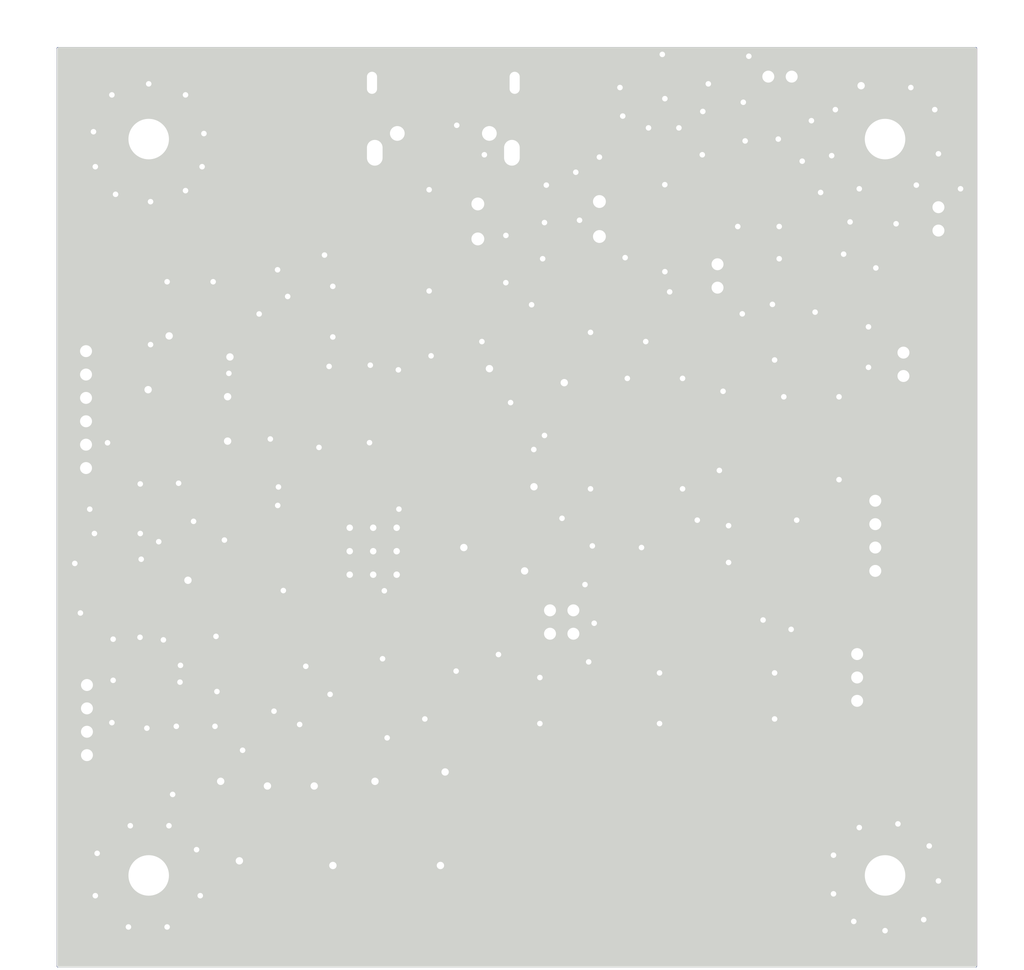
<source format=kicad_pcb>
(kicad_pcb (version 20171130) (host pcbnew "(5.1.12)-1")
  (layers (0 F.Cu signal) (31 B.Cu signal) (34 B.Paste user) (35 F.Paste user) (36 B.SilkS user) (37 F.SilkS user) (38 B.Mask user) (39 F.Mask user) (44 Edge.Cuts user))
  (net 0 "")
  (net 1 "Net-(J2-Pad1)")
  (net 2 GND)
  (net 3 "Net-(J2-Pad3)")
  (net 4 +1V5)
  (net 5 "Net-(L1-Pad2)")
  (net 6 "Net-(C3-Pad2)")
  (net 7 +3V3)
  (net 8 /CS)
  (net 9 /IO1)
  (net 10 /IO2)
  (net 11 /IO0)
  (net 12 /SCK)
  (net 13 /IO3)
  (net 14 "Net-(C14-Pad1)")
  (net 15 "Net-(C15-Pad1)")
  (net 16 +1V1)
  (net 17 "Net-(R4-Pad2)")
  (net 18 "Net-(R5-Pad2)")
  (net 19 "Net-(BT1-Pad1)")
  (net 20 +5V)
  (net 21 /D-)
  (net 22 /D+)
  (net 23 "Net-(C1-Pad1)")
  (net 24 "/Power Supply/USBVCC")
  (net 25 "Net-(R7-Pad2)")
  (net 26 "/Power Supply/CMP_OUT")
  (net 27 "Net-(R9-Pad1)")
  (net 28 "Net-(C22-Pad2)")
  (net 29 "Net-(C23-Pad2)")
  (net 30 "Net-(C24-Pad1)")
  (net 31 "Net-(C25-Pad1)")
  (net 32 "Net-(R11-Pad2)")
  (net 33 "Net-(R12-Pad2)")
  (net 34 /GPIO28)
  (net 35 /GPIO27)
  (net 36 /ADC_SCK)
  (net 37 /ADC_CS)
  (net 38 /ADC_SI)
  (net 39 /ADC_SO)
  (net 40 "Net-(J5-Pad3)")
  (net 41 "Net-(J5-Pad4)")
  (net 42 "Net-(J4-Pad1)")
  (net 43 "Net-(J4-Pad4)")
  (net 44 /BUTTON_L)
  (net 45 /BUTTON_R)
  (net 46 /I2C1_SCK)
  (net 47 /I2C1_SDA)
  (net 48 /I2C0_SCK)
  (net 49 /I2C0_SDA)
  (net 50 "Net-(D1-Pad2)")
  (net 51 "Net-(D2-Pad2)")
  (net 52 "Net-(Q3-Pad3)")
  (net 53 "Net-(R23-Pad1)")
  (module Resistors_SMD:R_0603_HandSoldering (layer F.Cu) (at 155.7 68.3 270)
    (fp_text reference R23 (at -0.0096 -1.3024 90) (layer F.SilkS))
    (fp_text value 10K)
    (pad 1 smd rect (at -1.1 0 270) (size 1.2 0.9) (layers F.Cu F.Paste F.Mask) (net 53 "Net-(R23-Pad1)"))
    (pad 2 smd rect (at 1.1 0 270) (size 1.2 0.9) (layers F.Cu F.Paste F.Mask) (net 2 GND))
  )
  (module Pin_Headers:Pin_Header_Straight_1x02_Pitch1.27mm (layer F.Cu) (at 167.9 68.7)
    (fp_text reference J9 (at 0 -1.695) (layer F.SilkS))
    (fp_text value Conn_01x02)
    (pad 1 thru_hole rect (at 0 0) (size 1 1) (drill 0.65) (layers *.Cu *.Mask) (net 4 +1V5))
    (pad 2 thru_hole oval (at 0 1.27) (size 1 1) (drill 0.65) (layers *.Cu *.Mask) (net 2 GND))
  )
  (module Pin_Headers:Pin_Header_Straight_2x02_Pitch1.27mm (layer F.Cu) (at 146.8 90.6)
    (fp_text reference J8 (at 0.635 -1.695) (layer F.SilkS))
    (fp_text value Conn_02x02_Top_Bottom)
    (pad 1 thru_hole rect (at 0 0) (size 1 1) (drill 0.65) (layers *.Cu *.Mask) (net 47 /I2C1_SDA))
    (pad 2 thru_hole oval (at 1.27 0) (size 1 1) (drill 0.65) (layers *.Cu *.Mask) (net 46 /I2C1_SCK))
    (pad 3 thru_hole oval (at 0 1.27) (size 1 1) (drill 0.65) (layers *.Cu *.Mask) (net 48 /I2C0_SCK))
    (pad 4 thru_hole oval (at 1.27 1.27) (size 1 1) (drill 0.65) (layers *.Cu *.Mask) (net 49 /I2C0_SDA))
  )
  (module Pin_Headers:Pin_Header_Straight_1x02_Pitch1.27mm (layer F.Cu) (at 166 76.6)
    (fp_text reference J7 (at 0 2.968) (layer F.SilkS))
    (fp_text value Conn_01x02)
    (pad 1 thru_hole rect (at 0 0) (size 1 1) (drill 0.65) (layers *.Cu *.Mask) (net 20 +5V))
    (pad 2 thru_hole oval (at 0 1.27) (size 1 1) (drill 0.65) (layers *.Cu *.Mask) (net 2 GND))
  )
  (module Pin_Headers:Pin_Header_Straight_1x02_Pitch1.27mm (layer F.Cu) (at 155.9 73.07 180)
    (fp_text reference J6 (at 1.595 -0.59) (layer F.SilkS))
    (fp_text value Conn_01x02)
    (pad 1 thru_hole rect (at 0 0 180) (size 1 1) (drill 0.65) (layers *.Cu *.Mask) (net 7 +3V3))
    (pad 2 thru_hole oval (at 0 1.27 180) (size 1 1) (drill 0.65) (layers *.Cu *.Mask) (net 2 GND))
  )
  (module Mounting_Holes:MountingHole_2.2mm_M2 (layer F.Cu) (at 125 65)
    (fp_text reference H4 (at 0 -3.2) (layer F.SilkS))
    (fp_text value MountingHole)
    (pad 1 np_thru_hole circle (at 0 0) (size 2.2 2.2) (drill 2.2) (layers *.Cu *.Mask))
  )
  (module Mounting_Holes:MountingHole_2.2mm_M2 (layer F.Cu) (at 165 105)
    (fp_text reference H3 (at 0 4.286) (layer F.SilkS))
    (fp_text value MountingHole)
    (pad 1 np_thru_hole circle (at 0 0) (size 2.2 2.2) (drill 2.2) (layers *.Cu *.Mask))
  )
  (module Mounting_Holes:MountingHole_2.2mm_M2 (layer F.Cu) (at 165 65)
    (fp_text reference H2 (at 0 -3.2) (layer F.SilkS))
    (fp_text value MountingHole)
    (pad 1 np_thru_hole circle (at 0 0) (size 2.2 2.2) (drill 2.2) (layers *.Cu *.Mask))
  )
  (module Mounting_Holes:MountingHole_2.2mm_M2 (layer F.Cu) (at 125 105)
    (fp_text reference H1 (at 0 3.778) (layer F.SilkS))
    (fp_text value MountingHole)
    (pad 1 np_thru_hole circle (at 0 0) (size 2.2 2.2) (drill 2.2) (layers *.Cu *.Mask))
  )
  (module Capacitors_SMD:C_0603_HandSoldering (layer F.Cu) (at 123.8808 77.1804 270)
    (fp_text reference C28 (at -3.2004 0.5588 90) (layer F.SilkS))
    (fp_text value 0.1µ)
    (pad 1 smd rect (at -0.95 0 270) (size 1.2 0.75) (layers F.Cu F.Paste F.Mask) (net 7 +3V3))
    (pad 2 smd rect (at 0.95 0 270) (size 1.2 0.75) (layers F.Cu F.Paste F.Mask) (net 2 GND))
  )
  (module Pin_Headers:Pin_Header_Straight_1x06_Pitch1.27mm (layer F.Cu) (at 121.5948 82.87 180)
    (fp_text reference J4 (at 0 7.874) (layer F.SilkS))
    (fp_text value Conn_01x06)
    (pad 1 thru_hole rect (at 0 0 180) (size 1 1) (drill 0.65) (layers *.Cu *.Mask) (net 42 "Net-(J4-Pad1)"))
    (pad 2 thru_hole oval (at 0 1.27 180) (size 1 1) (drill 0.65) (layers *.Cu *.Mask) (net 2 GND))
    (pad 3 thru_hole oval (at 0 2.54 180) (size 1 1) (drill 0.65) (layers *.Cu *.Mask) (net 7 +3V3))
    (pad 4 thru_hole oval (at 0 3.81 180) (size 1 1) (drill 0.65) (layers *.Cu *.Mask) (net 43 "Net-(J4-Pad4)"))
    (pad 5 thru_hole oval (at 0 5.08 180) (size 1 1) (drill 0.65) (layers *.Cu *.Mask) (net 2 GND))
    (pad 6 thru_hole oval (at 0 6.35 180) (size 1 1) (drill 0.65) (layers *.Cu *.Mask) (net 7 +3V3))
  )
  (module Capacitors_SMD:C_0603_HandSoldering (layer F.Cu) (at 137.0126 95.4786 270)
    (fp_text reference C5 (at 2.6314 -0.0254 90) (layer F.SilkS))
    (fp_text value 0.1µ)
    (pad 1 smd rect (at -0.95 0 270) (size 1.2 0.75) (layers F.Cu F.Paste F.Mask) (net 7 +3V3))
    (pad 2 smd rect (at 0.95 0 270) (size 1.2 0.75) (layers F.Cu F.Paste F.Mask) (net 2 GND))
  )
  (module Resistors_SMD:R_0603_HandSoldering (layer F.Cu) (at 125.6 98.3 180)
    (fp_text reference R22 (at -3.3608 0.1392) (layer F.SilkS))
    (fp_text value 1K)
    (pad 2 smd rect (at 1.1 0 180) (size 1.2 0.9) (layers F.Cu F.Paste F.Mask) (net 40 "Net-(J5-Pad3)"))
    (pad 1 smd rect (at -1.1 0 180) (size 1.2 0.9) (layers F.Cu F.Paste F.Mask) (net 44 /BUTTON_L))
  )
  (module Resistors_SMD:R_0603_HandSoldering (layer F.Cu) (at 124.1348 94.4016 270)
    (fp_text reference R21 (at -1.27 1.9304 180) (layer F.SilkS))
    (fp_text value 10K)
    (pad 1 smd rect (at -1.1 0 270) (size 1.2 0.9) (layers F.Cu F.Paste F.Mask) (net 7 +3V3))
    (pad 2 smd rect (at 1.1 0 270) (size 1.2 0.9) (layers F.Cu F.Paste F.Mask) (net 40 "Net-(J5-Pad3)"))
  )
  (module Resistors_SMD:R_0603_HandSoldering (layer F.Cu) (at 126.3 99.8 180)
    (fp_text reference R20 (at 0 -1.45) (layer F.SilkS))
    (fp_text value 1K)
    (pad 1 smd rect (at -1.1 0 180) (size 1.2 0.9) (layers F.Cu F.Paste F.Mask) (net 45 /BUTTON_R))
    (pad 2 smd rect (at 1.1 0 180) (size 1.2 0.9) (layers F.Cu F.Paste F.Mask) (net 41 "Net-(J5-Pad4)"))
  )
  (module Resistors_SMD:R_0603_HandSoldering (layer F.Cu) (at 125.6588 94.554 270)
    (fp_text reference R19 (at 0 -1.45 90) (layer F.SilkS))
    (fp_text value 10K)
    (pad 1 smd rect (at -1.1 0 270) (size 1.2 0.9) (layers F.Cu F.Paste F.Mask) (net 7 +3V3))
    (pad 2 smd rect (at 1.1 0 270) (size 1.2 0.9) (layers F.Cu F.Paste F.Mask) (net 41 "Net-(J5-Pad4)"))
  )
  (module Pin_Headers:Pin_Header_Straight_1x04_Pitch1.27mm (layer F.Cu) (at 121.6456 94.6556)
    (fp_text reference J5 (at 0 5.4356) (layer F.SilkS))
    (fp_text value Buttons)
    (pad 1 thru_hole rect (at 0 0) (size 1 1) (drill 0.65) (layers *.Cu *.Mask) (net 2 GND))
    (pad 2 thru_hole oval (at 0 1.27) (size 1 1) (drill 0.65) (layers *.Cu *.Mask) (net 2 GND))
    (pad 3 thru_hole oval (at 0 2.54) (size 1 1) (drill 0.65) (layers *.Cu *.Mask) (net 40 "Net-(J5-Pad3)"))
    (pad 4 thru_hole oval (at 0 3.81) (size 1 1) (drill 0.65) (layers *.Cu *.Mask) (net 41 "Net-(J5-Pad4)"))
  )
  (module Capacitors_SMD:C_0603_HandSoldering (layer F.Cu) (at 131.958 93.792 270)
    (fp_text reference C30 (at -0.3048 -1.4732 90) (layer F.SilkS))
    (fp_text value 0.1µ)
    (pad 1 smd rect (at -0.95 0 270) (size 1.2 0.75) (layers F.Cu F.Paste F.Mask) (net 45 /BUTTON_R))
    (pad 2 smd rect (at 0.95 0 270) (size 1.2 0.75) (layers F.Cu F.Paste F.Mask) (net 2 GND))
  )
  (module Capacitors_SMD:C_0603_HandSoldering (layer F.Cu) (at 131.1096 91.252 180)
    (fp_text reference C29 (at 1.1836 -2.032 90) (layer F.SilkS))
    (fp_text value 0.1µ)
    (pad 1 smd rect (at -0.95 0 180) (size 1.2 0.75) (layers F.Cu F.Paste F.Mask) (net 44 /BUTTON_L))
    (pad 2 smd rect (at 0.95 0 180) (size 1.2 0.75) (layers F.Cu F.Paste F.Mask) (net 2 GND))
  )
  (module Capacitors_SMD:C_0603_HandSoldering (layer F.Cu) (at 123.9316 81.4984 270)
    (fp_text reference C27 (at 0 -1.4224 90) (layer F.SilkS))
    (fp_text value 0.1µ)
    (pad 1 smd rect (at -0.95 0 270) (size 1.2 0.75) (layers F.Cu F.Paste F.Mask) (net 7 +3V3))
    (pad 2 smd rect (at 0.95 0 270) (size 1.2 0.75) (layers F.Cu F.Paste F.Mask) (net 2 GND))
  )
  (module Capacitors_SMD:C_0603_HandSoldering (layer F.Cu) (at 129.672 88.404 180)
    (fp_text reference C10 (at 0 1.47) (layer F.SilkS))
    (fp_text value 0.1µ)
    (pad 1 smd rect (at -0.95 0 180) (size 1.2 0.75) (layers F.Cu F.Paste F.Mask) (net 7 +3V3))
    (pad 2 smd rect (at 0.95 0 180) (size 1.2 0.75) (layers F.Cu F.Paste F.Mask) (net 2 GND))
  )
  (module Capacitors_SMD:C_0603_HandSoldering (layer F.Cu) (at 129.672 89.7915)
    (fp_text reference C26 (at -1.016 2.0193 90) (layer F.SilkS))
    (fp_text value 0.1µ)
    (pad 1 smd rect (at -0.95 0) (size 1.2 0.75) (layers F.Cu F.Paste F.Mask) (net 7 +3V3))
    (pad 2 smd rect (at 0.95 0) (size 1.2 0.75) (layers F.Cu F.Paste F.Mask) (net 2 GND))
  )
  (module Capacitors_SMD:C_0603_HandSoldering (layer F.Cu) (at 129.865 84.14 180)
    (fp_text reference C11 (at 0 -1.25) (layer F.SilkS))
    (fp_text value 0.1µ)
    (pad 1 smd rect (at -0.95 0 180) (size 1.2 0.75) (layers F.Cu F.Paste F.Mask) (net 7 +3V3))
    (pad 2 smd rect (at 0.95 0 180) (size 1.2 0.75) (layers F.Cu F.Paste F.Mask) (net 2 GND))
  )
  (module Housings_SOIC:SOIC-8_3.9x4.9mm_Pitch1.27mm (layer F.Cu) (at 124.5285 87.95 270)
    (fp_text reference U7 (at 1.27 3.2385 90) (layer F.SilkS))
    (fp_text value MCP3002)
    (pad 1 smd rect (at -2.7 -1.905 270) (size 1.55 0.6) (layers F.Cu F.Paste F.Mask) (net 37 /ADC_CS))
    (pad 2 smd rect (at -2.7 -0.635 270) (size 1.55 0.6) (layers F.Cu F.Paste F.Mask) (net 43 "Net-(J4-Pad4)"))
    (pad 3 smd rect (at -2.7 0.635 270) (size 1.55 0.6) (layers F.Cu F.Paste F.Mask) (net 42 "Net-(J4-Pad1)"))
    (pad 4 smd rect (at -2.7 1.905 270) (size 1.55 0.6) (layers F.Cu F.Paste F.Mask) (net 2 GND))
    (pad 5 smd rect (at 2.7 1.905 270) (size 1.55 0.6) (layers F.Cu F.Paste F.Mask) (net 38 /ADC_SI))
    (pad 6 smd rect (at 2.7 0.635 270) (size 1.55 0.6) (layers F.Cu F.Paste F.Mask) (net 39 /ADC_SO))
    (pad 7 smd rect (at 2.7 -0.635 270) (size 1.55 0.6) (layers F.Cu F.Paste F.Mask) (net 36 /ADC_SCK))
    (pad 8 smd rect (at 2.7 -1.905 270) (size 1.55 0.6) (layers F.Cu F.Paste F.Mask) (net 7 +3V3))
  )
  (module Resistors_THT:R_Axial_DIN0204_L3.6mm_D1.6mm_P1.90mm_Vertical (layer F.Cu) (at 142.88 70.424 90)
    (fp_text reference R18 (at 0.95 -2.286 180) (layer F.SilkS))
    (fp_text value 0)
    (pad 1 thru_hole circle (at 0 0 90) (size 1.4 1.4) (drill 0.7) (layers *.Cu *.Mask) (net 52 "Net-(Q3-Pad3)"))
    (pad 2 thru_hole oval (at 1.9 0 90) (size 1.4 1.4) (drill 0.7) (layers *.Cu *.Mask) (net 24 "/Power Supply/USBVCC"))
  )
  (module Pin_Headers:Pin_Header_Straight_1x04_Pitch1.27mm (layer F.Cu) (at 164.47 84.648)
    (fp_text reference J3 (at 2.0828 2.8448) (layer F.SilkS))
    (fp_text value Conn_01x04)
    (pad 1 thru_hole rect (at 0 0) (size 1 1) (drill 0.65) (layers *.Cu *.Mask) (net 30 "Net-(C24-Pad1)"))
    (pad 2 thru_hole oval (at 0 1.27) (size 1 1) (drill 0.65) (layers *.Cu *.Mask) (net 2 GND))
    (pad 3 thru_hole oval (at 0 2.54) (size 1 1) (drill 0.65) (layers *.Cu *.Mask) (net 31 "Net-(C25-Pad1)"))
    (pad 4 thru_hole oval (at 0 3.81) (size 1 1) (drill 0.65) (layers *.Cu *.Mask) (net 2 GND))
  )
  (module Resistors_THT:R_Axial_DIN0204_L3.6mm_D1.6mm_P1.90mm_Vertical (layer F.Cu) (at 149.484 70.292 90)
    (fp_text reference R17 (at 4.9988 -1.778 90) (layer F.SilkS))
    (fp_text value DNF)
    (pad 1 thru_hole circle (at 0 0 90) (size 1.4 1.4) (drill 0.7) (layers *.Cu *.Mask) (net 20 +5V))
    (pad 2 thru_hole oval (at 1.9 0 90) (size 1.4 1.4) (drill 0.7) (layers *.Cu *.Mask) (net 24 "/Power Supply/USBVCC"))
  )
  (module Crystals:Crystal_SMD_Abracon_ABM3-2pin_5.0x3.2mm_HandSoldering (layer F.Cu) (at 135.26 102.0724)
    (fp_text reference Y1 (at 0 -2.8) (layer F.SilkS))
    (fp_text value 12MHz)
    (pad 1 smd rect (at -2.7625 0) (size 3.325 2.4) (layers F.Cu F.Paste F.Mask) (net 14 "Net-(C14-Pad1)"))
    (pad 2 smd rect (at 2.7625 0) (size 3.325 2.4) (layers F.Cu F.Paste F.Mask) (net 15 "Net-(C15-Pad1)"))
  )
  (module Resistors_SMD:R_0603_HandSoldering (layer F.Cu) (at 157.261 75.577 180)
    (fp_text reference R3 (at 1.681 -1.45) (layer F.SilkS))
    (fp_text value DNF)
    (pad 1 smd rect (at -1.1 0 180) (size 1.2 0.9) (layers F.Cu F.Paste F.Mask) (net 6 "Net-(C3-Pad2)"))
    (pad 2 smd rect (at 1.1 0 180) (size 1.2 0.9) (layers F.Cu F.Paste F.Mask) (net 2 GND))
  )
  (module Capacitors_SMD:C_0603_HandSoldering (layer F.Cu) (at 142.021 92.849)
    (fp_text reference C4 (at 0 -1.25) (layer F.SilkS))
    (fp_text value 0.1µ)
    (pad 1 smd rect (at -0.95 0) (size 1.2 0.75) (layers F.Cu F.Paste F.Mask) (net 7 +3V3))
    (pad 2 smd rect (at 0.95 0) (size 1.2 0.75) (layers F.Cu F.Paste F.Mask) (net 2 GND))
  )
  (module TO_SOT_Packages_SMD:SOT-363_SC-70-6_Handsoldering (layer F.Cu) (at 151.8 85.61)
    (fp_text reference U3 (at 0 2.594) (layer F.SilkS))
    (fp_text value NC7WZ16P6X)
    (pad 1 smd rect (at -1.33 -0.65) (size 1.5 0.4) (layers F.Cu F.Paste F.Mask) (net 34 /GPIO28))
    (pad 2 smd rect (at -1.33 0) (size 1.5 0.4) (layers F.Cu F.Paste F.Mask) (net 2 GND))
    (pad 3 smd rect (at -1.33 0.65) (size 1.5 0.4) (layers F.Cu F.Paste F.Mask) (net 35 /GPIO27))
    (pad 4 smd rect (at 1.33 0.65) (size 1.5 0.4) (layers F.Cu F.Paste F.Mask) (net 33 "Net-(R12-Pad2)"))
    (pad 5 smd rect (at 1.33 0) (size 1.5 0.4) (layers F.Cu F.Paste F.Mask) (net 7 +3V3))
    (pad 6 smd rect (at 1.33 -0.65) (size 1.5 0.4) (layers F.Cu F.Paste F.Mask) (net 32 "Net-(R11-Pad2)"))
  )
  (module Resistors_SMD:R_0603_HandSoldering (layer F.Cu) (at 160.69 89.674 270)
    (fp_text reference R16 (at 3.102 0.03 90) (layer F.SilkS))
    (fp_text value 1.8K)
    (pad 1 smd rect (at -1.1 0 270) (size 1.2 0.9) (layers F.Cu F.Paste F.Mask) (net 31 "Net-(C25-Pad1)"))
    (pad 2 smd rect (at 1.1 0 270) (size 1.2 0.9) (layers F.Cu F.Paste F.Mask) (net 2 GND))
  )
  (module Resistors_SMD:R_0603_HandSoldering (layer F.Cu) (at 160.69 81.716 90)
    (fp_text reference R15 (at 0.9796 1.4432 90) (layer F.SilkS))
    (fp_text value 1.8K)
    (pad 1 smd rect (at -1.1 0 90) (size 1.2 0.9) (layers F.Cu F.Paste F.Mask) (net 30 "Net-(C24-Pad1)"))
    (pad 2 smd rect (at 1.1 0 90) (size 1.2 0.9) (layers F.Cu F.Paste F.Mask) (net 2 GND))
  )
  (module Resistors_SMD:R_0603_HandSoldering (layer F.Cu) (at 159.166 89.674 270)
    (fp_text reference R14 (at 3.102 0.03 90) (layer F.SilkS))
    (fp_text value 100)
    (pad 1 smd rect (at -1.1 0 270) (size 1.2 0.9) (layers F.Cu F.Paste F.Mask) (net 29 "Net-(C23-Pad2)"))
    (pad 2 smd rect (at 1.1 0 270) (size 1.2 0.9) (layers F.Cu F.Paste F.Mask) (net 2 GND))
  )
  (module Resistors_SMD:R_0603_HandSoldering (layer F.Cu) (at 159.166 81.8 90)
    (fp_text reference R13 (at 2.994 -0.03 90) (layer F.SilkS))
    (fp_text value 100)
    (pad 1 smd rect (at -1.1 0 90) (size 1.2 0.9) (layers F.Cu F.Paste F.Mask) (net 28 "Net-(C22-Pad2)"))
    (pad 2 smd rect (at 1.1 0 90) (size 1.2 0.9) (layers F.Cu F.Paste F.Mask) (net 2 GND))
  )
  (module Resistors_SMD:R_0603_HandSoldering (layer F.Cu) (at 156.372 86.88 180)
    (fp_text reference R12 (at 1.3 -2.34 90) (layer F.SilkS))
    (fp_text value 220)
    (pad 1 smd rect (at -1.1 0 180) (size 1.2 0.9) (layers F.Cu F.Paste F.Mask) (net 29 "Net-(C23-Pad2)"))
    (pad 2 smd rect (at 1.1 0 180) (size 1.2 0.9) (layers F.Cu F.Paste F.Mask) (net 33 "Net-(R12-Pad2)"))
  )
  (module Resistors_SMD:R_0603_HandSoldering (layer F.Cu) (at 156.202 84.594 180)
    (fp_text reference R11 (at 0.114 1.47) (layer F.SilkS))
    (fp_text value 220)
    (pad 1 smd rect (at -1.1 0 180) (size 1.2 0.9) (layers F.Cu F.Paste F.Mask) (net 28 "Net-(C22-Pad2)"))
    (pad 2 smd rect (at 1.1 0 180) (size 1.2 0.9) (layers F.Cu F.Paste F.Mask) (net 32 "Net-(R11-Pad2)"))
  )
  (module Capacitors_SMD:C_0603_HandSoldering (layer F.Cu) (at 160.182 86.88 180)
    (fp_text reference C25 (at -2.256 -1.9336 90) (layer F.SilkS))
    (fp_text value 47µ)
    (pad 1 smd rect (at -0.95 0 180) (size 1.2 0.75) (layers F.Cu F.Paste F.Mask) (net 31 "Net-(C25-Pad1)"))
    (pad 2 smd rect (at 0.95 0 180) (size 1.2 0.75) (layers F.Cu F.Paste F.Mask) (net 29 "Net-(C23-Pad2)"))
  )
  (module Capacitors_SMD:C_0603_HandSoldering (layer F.Cu) (at 160.116 84.594 180)
    (fp_text reference C24 (at -2.6268 1.4192) (layer F.SilkS))
    (fp_text value 47µ)
    (pad 1 smd rect (at -0.95 0 180) (size 1.2 0.75) (layers F.Cu F.Paste F.Mask) (net 30 "Net-(C24-Pad1)"))
    (pad 2 smd rect (at 0.95 0 180) (size 1.2 0.75) (layers F.Cu F.Paste F.Mask) (net 28 "Net-(C22-Pad2)"))
  )
  (module Capacitors_SMD:C_0603_HandSoldering (layer F.Cu) (at 157.642 89.608 90)
    (fp_text reference C23 (at -3.168 0.097 90) (layer F.SilkS))
    (fp_text value 0.1µ)
    (pad 1 smd rect (at -0.95 0 90) (size 1.2 0.75) (layers F.Cu F.Paste F.Mask) (net 2 GND))
    (pad 2 smd rect (at 0.95 0 90) (size 1.2 0.75) (layers F.Cu F.Paste F.Mask) (net 29 "Net-(C23-Pad2)"))
  )
  (module Capacitors_SMD:C_0603_HandSoldering (layer F.Cu) (at 157.642 81.866 270)
    (fp_text reference C22 (at -3.06 0.03 90) (layer F.SilkS))
    (fp_text value 0.1µ)
    (pad 1 smd rect (at -0.95 0 270) (size 1.2 0.75) (layers F.Cu F.Paste F.Mask) (net 2 GND))
    (pad 2 smd rect (at 0.95 0 270) (size 1.2 0.75) (layers F.Cu F.Paste F.Mask) (net 28 "Net-(C22-Pad2)"))
  )
  (module Capacitors_SMD:C_0603_HandSoldering (layer F.Cu) (at 151.419 83.324 180)
    (fp_text reference C21 (at 2.951 -0.308) (layer F.SilkS))
    (fp_text value 0.1µ)
    (pad 1 smd rect (at -0.95 0 180) (size 1.2 0.75) (layers F.Cu F.Paste F.Mask) (net 7 +3V3))
    (pad 2 smd rect (at 0.95 0 180) (size 1.2 0.75) (layers F.Cu F.Paste F.Mask) (net 2 GND))
  )
  (module Capacitors_SMD:C_0603_HandSoldering (layer F.Cu) (at 137.83 79.3235 90)
    (fp_text reference C12 (at 3.3115 -0.03 90) (layer F.SilkS))
    (fp_text value 0.1µ)
    (pad 1 smd rect (at -0.95 0 90) (size 1.2 0.75) (layers F.Cu F.Paste F.Mask) (net 7 +3V3))
    (pad 2 smd rect (at 0.95 0 90) (size 1.2 0.75) (layers F.Cu F.Paste F.Mask) (net 2 GND))
  )
  (module Buttons_Switches_SMD:SW_SPST_B3U-3100P (layer F.Cu) (at 135.29 73.672)
    (fp_text reference SW1 (at 0 -3.9) (layer F.SilkS))
    (fp_text value BOOTSEL)
    (pad 1 smd rect (at -1.7 -0.82) (size 0.9 1.7) (layers F.Cu F.Paste F.Mask) (net 27 "Net-(R9-Pad1)"))
    (pad 2 smd rect (at 1.7 -0.82) (size 0.9 1.7) (layers F.Cu F.Paste F.Mask) (net 2 GND))
    (pad 3 smd rect (at 0 0.82) (size 0.8 1.1) (layers F.Cu F.Paste F.Mask))
  )
  (module Resistors_SMD:R_0603_HandSoldering (layer F.Cu) (at 128.602 75.3865 180)
    (fp_text reference R10 (at 3.248 0.3905) (layer F.SilkS))
    (fp_text value DNF)
    (pad 1 smd rect (at -1.1 0 180) (size 1.2 0.9) (layers F.Cu F.Paste F.Mask) (net 7 +3V3))
    (pad 2 smd rect (at 1.1 0 180) (size 1.2 0.9) (layers F.Cu F.Paste F.Mask) (net 8 /CS))
  )
  (module Resistors_SMD:R_0603_HandSoldering (layer F.Cu) (at 128.559 73.8625 180)
    (fp_text reference R9 (at 2.951 0.1365) (layer F.SilkS))
    (fp_text value 1K)
    (pad 1 smd rect (at -1.1 0 180) (size 1.2 0.9) (layers F.Cu F.Paste F.Mask) (net 27 "Net-(R9-Pad1)"))
    (pad 2 smd rect (at 1.1 0 180) (size 1.2 0.9) (layers F.Cu F.Paste F.Mask) (net 8 /CS))
  )
  (module TO_SOT_Packages_SMD:SOT-23 (layer F.Cu) (at 159.166 68.719)
    (fp_text reference Q2 (at 2.51 0.435 270) (layer F.SilkS))
    (fp_text value NTR2101P)
    (pad 1 smd rect (at -1 -0.95) (size 0.9 0.8) (layers F.Cu F.Paste F.Mask) (net 26 "/Power Supply/CMP_OUT"))
    (pad 2 smd rect (at -1 0.95) (size 0.9 0.8) (layers F.Cu F.Paste F.Mask) (net 23 "Net-(C1-Pad1)"))
    (pad 3 smd rect (at 1 0) (size 0.9 0.8) (layers F.Cu F.Paste F.Mask) (net 4 +1V5))
  )
  (module TO_SOT_Packages_SMD:SOT-23-5 (layer F.Cu) (at 153.07 64.401 90)
    (fp_text reference U6 (at 2.105 -4.348 225) (layer F.SilkS))
    (fp_text value LMV321)
    (pad 1 smd rect (at -1.1 -0.95 90) (size 1.06 0.65) (layers F.Cu F.Paste F.Mask) (net 25 "Net-(R7-Pad2)"))
    (pad 2 smd rect (at -1.1 0 90) (size 1.06 0.65) (layers F.Cu F.Paste F.Mask) (net 2 GND))
    (pad 3 smd rect (at -1.1 0.95 90) (size 1.06 0.65) (layers F.Cu F.Paste F.Mask) (net 53 "Net-(R23-Pad1)"))
    (pad 4 smd rect (at 1.1 0.95 90) (size 1.06 0.65) (layers F.Cu F.Paste F.Mask) (net 26 "/Power Supply/CMP_OUT"))
    (pad 5 smd rect (at 1.1 -0.95 90) (size 1.06 0.65) (layers F.Cu F.Paste F.Mask) (net 20 +5V))
  )
  (module Resistors_SMD:R_0603_HandSoldering (layer F.Cu) (at 154.213 68.338 90)
    (fp_text reference R8 (at -2.848 -0.157 90) (layer F.SilkS))
    (fp_text value 10K)
    (pad 1 smd rect (at -1.1 0 90) (size 1.2 0.9) (layers F.Cu F.Paste F.Mask) (net 4 +1V5))
    (pad 2 smd rect (at 1.1 0 90) (size 1.2 0.9) (layers F.Cu F.Paste F.Mask) (net 53 "Net-(R23-Pad1)"))
  )
  (module Resistors_SMD:R_0603_HandSoldering (layer F.Cu) (at 151.927 68.338 90)
    (fp_text reference R7 (at -2.848 0.097 90) (layer F.SilkS))
    (fp_text value 1K)
    (pad 1 smd rect (at -1.1 0 90) (size 1.2 0.9) (layers F.Cu F.Paste F.Mask) (net 24 "/Power Supply/USBVCC"))
    (pad 2 smd rect (at 1.1 0 90) (size 1.2 0.9) (layers F.Cu F.Paste F.Mask) (net 25 "Net-(R7-Pad2)"))
  )
  (module Resistors_SMD:R_0603_HandSoldering (layer F.Cu) (at 142.9 73.6 270)
    (fp_text reference R6 (at -0.2296 1.6964) (layer F.SilkS))
    (fp_text value 10K)
    (pad 1 smd rect (at -1.1 0 270) (size 1.2 0.9) (layers F.Cu F.Paste F.Mask) (net 51 "Net-(D2-Pad2)"))
    (pad 2 smd rect (at 1.1 0 270) (size 1.2 0.9) (layers F.Cu F.Paste F.Mask) (net 2 GND))
  )
  (module TO_SOT_Packages_SMD:SOT-23 (layer F.Cu) (at 146.436 69.535 90)
    (fp_text reference Q3 (at 2.159 0) (layer F.SilkS))
    (fp_text value NTR2101P)
    (pad 1 smd rect (at -1 -0.95 90) (size 0.9 0.8) (layers F.Cu F.Paste F.Mask) (net 51 "Net-(D2-Pad2)"))
    (pad 2 smd rect (at -1 0.95 90) (size 0.9 0.8) (layers F.Cu F.Paste F.Mask) (net 20 +5V))
    (pad 3 smd rect (at 1 0 90) (size 0.9 0.8) (layers F.Cu F.Paste F.Mask) (net 52 "Net-(Q3-Pad3)"))
  )
  (module Diodes_SMD:D_SOD-123 (layer F.Cu) (at 145.7 74.2 270)
    (fp_text reference D2 (at -0.728 -2 90) (layer F.SilkS))
    (fp_text value D)
    (pad 1 smd rect (at -1.65 0 270) (size 0.9 1.2) (layers F.Cu F.Paste F.Mask) (net 20 +5V))
    (pad 2 smd rect (at 1.65 0 270) (size 0.9 1.2) (layers F.Cu F.Paste F.Mask) (net 51 "Net-(D2-Pad2)"))
  )
  (module Capacitors_SMD:C_0603_HandSoldering (layer F.Cu) (at 150.403 64.528 90)
    (fp_text reference C20 (at 0 -1.25 90) (layer F.SilkS))
    (fp_text value 0.1µ)
    (pad 1 smd rect (at -0.95 0 90) (size 1.2 0.75) (layers F.Cu F.Paste F.Mask) (net 20 +5V))
    (pad 2 smd rect (at 0.95 0 90) (size 1.2 0.75) (layers F.Cu F.Paste F.Mask) (net 2 GND))
  )
  (module Capacitors_SMD:C_0603_HandSoldering (layer F.Cu) (at 136.45 79.072 90)
    (fp_text reference C17 (at 3.06 0.08 90) (layer F.SilkS))
    (fp_text value 0.1µ)
    (pad 1 smd rect (at -0.95 0 90) (size 1.2 0.75) (layers F.Cu F.Paste F.Mask) (net 16 +1V1))
    (pad 2 smd rect (at 0.95 0 90) (size 1.2 0.75) (layers F.Cu F.Paste F.Mask) (net 2 GND))
  )
  (module Capacitors_SMD:C_0603_HandSoldering (layer F.Cu) (at 138.4096 95.4938 270)
    (fp_text reference C16 (at 2.8702 -0.4064 90) (layer F.SilkS))
    (fp_text value 0.1µ)
    (pad 1 smd rect (at -0.95 0 270) (size 1.2 0.75) (layers F.Cu F.Paste F.Mask) (net 16 +1V1))
    (pad 2 smd rect (at 0.95 0 270) (size 1.2 0.75) (layers F.Cu F.Paste F.Mask) (net 2 GND))
  )
  (module Capacitors_SMD:C_0603_HandSoldering (layer F.Cu) (at 139.227 79.326 90)
    (fp_text reference C13 (at 3.314 0.097 90) (layer F.SilkS))
    (fp_text value 0.1µ)
    (pad 1 smd rect (at -0.95 0 90) (size 1.2 0.75) (layers F.Cu F.Paste F.Mask) (net 7 +3V3))
    (pad 2 smd rect (at 0.95 0 90) (size 1.2 0.75) (layers F.Cu F.Paste F.Mask) (net 2 GND))
  )
  (module Capacitors_SMD:C_0603_HandSoldering (layer F.Cu) (at 143.672 83.07)
    (fp_text reference C9 (at 1.24 -1.724 90) (layer F.SilkS))
    (fp_text value 0.1µ)
    (pad 1 smd rect (at -0.95 0) (size 1.2 0.75) (layers F.Cu F.Paste F.Mask) (net 7 +3V3))
    (pad 2 smd rect (at 0.95 0) (size 1.2 0.75) (layers F.Cu F.Paste F.Mask) (net 2 GND))
  )
  (module Capacitors_SMD:C_0603_HandSoldering (layer F.Cu) (at 143.672 84.648)
    (fp_text reference C8 (at 1.621 1.905 90) (layer F.SilkS))
    (fp_text value 0.1µ)
    (pad 1 smd rect (at -0.95 0) (size 1.2 0.75) (layers F.Cu F.Paste F.Mask) (net 7 +3V3))
    (pad 2 smd rect (at 0.95 0) (size 1.2 0.75) (layers F.Cu F.Paste F.Mask) (net 2 GND))
  )
  (module Capacitors_SMD:C_0603_HandSoldering (layer F.Cu) (at 143.6085 79.514 90)
    (fp_text reference C7 (at 2.74 0.0335 90) (layer F.SilkS))
    (fp_text value 0.1µ)
    (pad 1 smd rect (at -0.95 0 90) (size 1.2 0.75) (layers F.Cu F.Paste F.Mask) (net 7 +3V3))
    (pad 2 smd rect (at 0.95 0 90) (size 1.2 0.75) (layers F.Cu F.Paste F.Mask) (net 2 GND))
  )
  (module Capacitors_SMD:C_0603_HandSoldering (layer F.Cu) (at 143.225 88.404)
    (fp_text reference C6 (at 0 -1.25) (layer F.SilkS))
    (fp_text value 0.1µ)
    (pad 1 smd rect (at -0.95 0) (size 1.2 0.75) (layers F.Cu F.Paste F.Mask) (net 7 +3V3))
    (pad 2 smd rect (at 0.95 0) (size 1.2 0.75) (layers F.Cu F.Paste F.Mask) (net 2 GND))
  )
  (module TO_SOT_Packages_SMD:SOT-223-3_TabPin2 (layer F.Cu) (at 150.627 76.735 90)
    (fp_text reference U5 (at -1.309 -4.5 180) (layer F.SilkS))
    (fp_text value AZ1117-3.3)
    (pad 2 smd rect (at 3.15 0 90) (size 2 3.8) (layers F.Cu F.Paste F.Mask) (net 7 +3V3))
    (pad 2 smd rect (at -3.15 0 90) (size 2 1.5) (layers F.Cu F.Paste F.Mask) (net 7 +3V3))
    (pad 3 smd rect (at -3.15 2.3 90) (size 2 1.5) (layers F.Cu F.Paste F.Mask) (net 20 +5V))
    (pad 1 smd rect (at -3.15 -2.3 90) (size 2 1.5) (layers F.Cu F.Paste F.Mask) (net 2 GND))
  )
  (module TO_SOT_Packages_SMD:Texas_R-PDSO-G6 (layer F.Cu) (at 160.817 73.037)
    (fp_text reference U1 (at 0.605 -2.2066) (layer F.SilkS))
    (fp_text value TPS61222DCK)
    (pad 1 smd rect (at -1.1 -0.65) (size 0.9 0.4) (layers F.Cu F.Paste F.Mask) (net 23 "Net-(C1-Pad1)"))
    (pad 3 smd rect (at -1.1 0.65) (size 0.9 0.4) (layers F.Cu F.Paste F.Mask) (net 2 GND))
    (pad 5 smd rect (at 1.1 0) (size 0.9 0.4) (layers F.Cu F.Paste F.Mask) (net 5 "Net-(L1-Pad2)"))
    (pad 2 smd rect (at -1.1 0) (size 0.9 0.4) (layers F.Cu F.Paste F.Mask) (net 6 "Net-(C3-Pad2)"))
    (pad 4 smd rect (at 1.1 0.65) (size 0.9 0.4) (layers F.Cu F.Paste F.Mask) (net 20 +5V))
    (pad 6 smd rect (at 1.1 -0.65) (size 0.9 0.4) (layers F.Cu F.Paste F.Mask) (net 23 "Net-(C1-Pad1)"))
  )
  (module Resistors_SMD:R_0603_HandSoldering (layer F.Cu) (at 161.325 75.196 180)
    (fp_text reference R2 (at -2.891 0.2) (layer F.SilkS))
    (fp_text value 0)
    (pad 1 smd rect (at -1.1 0 180) (size 1.2 0.9) (layers F.Cu F.Paste F.Mask) (net 20 +5V))
    (pad 2 smd rect (at 1.1 0 180) (size 1.2 0.9) (layers F.Cu F.Paste F.Mask) (net 6 "Net-(C3-Pad2)"))
  )
  (module Resistors_SMD:R_0603_HandSoldering (layer F.Cu) (at 152.9 61.5 180)
    (fp_text reference R1 (at 2.908 0.728) (layer F.SilkS))
    (fp_text value 10K)
    (pad 1 smd rect (at -1.1 0 180) (size 1.2 0.9) (layers F.Cu F.Paste F.Mask) (net 50 "Net-(D1-Pad2)"))
    (pad 2 smd rect (at 1.1 0 180) (size 1.2 0.9) (layers F.Cu F.Paste F.Mask) (net 2 GND))
  )
  (module TO_SOT_Packages_SMD:SOT-23 (layer F.Cu) (at 159.166 65.036)
    (fp_text reference Q1 (at 2.764 -0.2 90) (layer F.SilkS))
    (fp_text value NTR2101P)
    (pad 1 smd rect (at -1 -0.95) (size 0.9 0.8) (layers F.Cu F.Paste F.Mask) (net 50 "Net-(D1-Pad2)"))
    (pad 2 smd rect (at -1 0.95) (size 0.9 0.8) (layers F.Cu F.Paste F.Mask) (net 4 +1V5))
    (pad 3 smd rect (at 1 0) (size 0.9 0.8) (layers F.Cu F.Paste F.Mask) (net 19 "Net-(BT1-Pad1)"))
  )
  (module Inductors_SMD:L_Vishay_IHLP-1212 (layer F.Cu) (at 164.373 72.021 270)
    (fp_text reference L1 (at 0 -2.524 90) (layer F.SilkS))
    (fp_text value 4.7µH)
    (pad 1 smd rect (at -1.35 0 270) (size 1.5 1.2) (layers F.Cu F.Paste F.Mask) (net 23 "Net-(C1-Pad1)"))
    (pad 2 smd rect (at 1.35 0 270) (size 1.5 1.2) (layers F.Cu F.Paste F.Mask) (net 5 "Net-(L1-Pad2)"))
  )
  (module Connectors_USB:USB_Micro-B_Wuerth-629105150521 (layer F.Cu) (at 141.005 63.893 180)
    (fp_text reference J1 (at 0 -3.5) (layer F.SilkS))
    (fp_text value USB_B_Micro)
    (pad 1 smd rect (at -1.3 -1.9 180) (size 0.45 1.3) (layers F.Cu F.Paste F.Mask) (net 24 "/Power Supply/USBVCC"))
    (pad 2 smd rect (at -0.65 -1.9 180) (size 0.45 1.3) (layers F.Cu F.Paste F.Mask) (net 21 /D-))
    (pad 3 smd rect (at 0 -1.9 180) (size 0.45 1.3) (layers F.Cu F.Paste F.Mask) (net 22 /D+))
    (pad 4 smd rect (at 0.65 -1.9 180) (size 0.45 1.3) (layers F.Cu F.Paste F.Mask))
    (pad 5 smd rect (at 1.3 -1.9 180) (size 0.45 1.3) (layers F.Cu F.Paste F.Mask) (net 2 GND))
    (pad 6 thru_hole oval (at -3.725 -1.85 180) (size 1.45 2) (drill oval 0.85 1.4) (layers *.Cu *.Mask) (net 2 GND))
    (pad 6 thru_hole oval (at 3.725 -1.85 180) (size 1.45 2) (drill oval 0.85 1.4) (layers *.Cu *.Mask) (net 2 GND))
    (pad 6 thru_hole oval (at -3.875 1.95 180) (size 1.15 1.8) (drill oval 0.55 1.2) (layers *.Cu *.Mask) (net 2 GND))
    (pad 6 thru_hole oval (at 3.875 1.95 180) (size 1.15 1.8) (drill oval 0.55 1.2) (layers *.Cu *.Mask) (net 2 GND))
    (pad "" np_thru_hole oval (at -2.5 -0.8 180) (size 0.8 0.8) (drill 0.8) (layers *.Cu *.Mask))
    (pad "" np_thru_hole oval (at 2.5 -0.8 180) (size 0.8 0.8) (drill 0.8) (layers *.Cu *.Mask))
  )
  (module Diodes_SMD:D_SOD-123 (layer F.Cu) (at 156.3 62.5 90)
    (fp_text reference D1 (at 0.204 0.042 90) (layer F.SilkS))
    (fp_text value D)
    (pad 1 smd rect (at -1.65 0 90) (size 0.9 1.2) (layers F.Cu F.Paste F.Mask) (net 4 +1V5))
    (pad 2 smd rect (at 1.65 0 90) (size 0.9 1.2) (layers F.Cu F.Paste F.Mask) (net 50 "Net-(D1-Pad2)"))
  )
  (module Capacitors_SMD:C_0603_HandSoldering (layer F.Cu) (at 152.308 81.927)
    (fp_text reference C19 (at -3.332 0.181) (layer F.SilkS))
    (fp_text value 22µ)
    (pad 1 smd rect (at -0.95 0) (size 1.2 0.75) (layers F.Cu F.Paste F.Mask) (net 7 +3V3))
    (pad 2 smd rect (at 0.95 0) (size 1.2 0.75) (layers F.Cu F.Paste F.Mask) (net 2 GND))
  )
  (module Capacitors_SMD:C_0603_HandSoldering (layer F.Cu) (at 155.102 80.784 270)
    (fp_text reference C18 (at 0 -1.25 90) (layer F.SilkS))
    (fp_text value 10µ)
    (pad 1 smd rect (at -0.95 0 270) (size 1.2 0.75) (layers F.Cu F.Paste F.Mask) (net 20 +5V))
    (pad 2 smd rect (at 0.95 0 270) (size 1.2 0.75) (layers F.Cu F.Paste F.Mask) (net 2 GND))
  )
  (module Capacitors_SMD:C_0603_HandSoldering (layer F.Cu) (at 161.325 76.55 180)
    (fp_text reference C3 (at 0 -1.25) (layer F.SilkS))
    (fp_text value 10µ)
    (pad 1 smd rect (at -0.95 0 180) (size 1.2 0.75) (layers F.Cu F.Paste F.Mask) (net 20 +5V))
    (pad 2 smd rect (at 0.95 0 180) (size 1.2 0.75) (layers F.Cu F.Paste F.Mask) (net 6 "Net-(C3-Pad2)"))
  )
  (module Capacitors_SMD:C_0603_HandSoldering (layer F.Cu) (at 158.15 72.656 270)
    (fp_text reference C1 (at -2.1812 1.2492 180) (layer F.SilkS))
    (fp_text value 10µ)
    (pad 1 smd rect (at -0.95 0 270) (size 1.2 0.75) (layers F.Cu F.Paste F.Mask) (net 23 "Net-(C1-Pad1)"))
    (pad 2 smd rect (at 0.95 0 270) (size 1.2 0.75) (layers F.Cu F.Paste F.Mask) (net 2 GND))
  )
  (module Pin_Headers:Pin_Header_Straight_1x02_Pitch1.27mm (layer F.Cu) (at 159.928 61.607 270)
    (fp_text reference BT1 (at 0 -1.695 90) (layer F.SilkS))
    (fp_text value AA)
    (pad 1 thru_hole rect (at 0 0 270) (size 1 1) (drill 0.65) (layers *.Cu *.Mask) (net 19 "Net-(BT1-Pad1)"))
    (pad 2 thru_hole oval (at 0 1.27 270) (size 1 1) (drill 0.65) (layers *.Cu *.Mask) (net 2 GND))
  )
  (module Resistors_SMD:R_0603_HandSoldering (layer F.Cu) (at 142.0845 79.514 270)
    (fp_text reference R5 (at -2.994 -0.0335 90) (layer F.SilkS))
    (fp_text value 27)
    (pad 1 smd rect (at -1.1 0 270) (size 1.2 0.9) (layers F.Cu F.Paste F.Mask) (net 21 /D-))
    (pad 2 smd rect (at 1.1 0 270) (size 1.2 0.9) (layers F.Cu F.Paste F.Mask) (net 18 "Net-(R5-Pad2)"))
  )
  (module Resistors_SMD:R_0603_HandSoldering (layer F.Cu) (at 140.624 79.514 270)
    (fp_text reference R4 (at -2.994 0.03 90) (layer F.SilkS))
    (fp_text value 27)
    (pad 1 smd rect (at -1.1 0 270) (size 1.2 0.9) (layers F.Cu F.Paste F.Mask) (net 22 /D+))
    (pad 2 smd rect (at 1.1 0 270) (size 1.2 0.9) (layers F.Cu F.Paste F.Mask) (net 17 "Net-(R4-Pad2)"))
  )
  (module Capacitors_SMD:C_0603_HandSoldering (layer F.Cu) (at 140.8 102.0216 270)
    (fp_text reference C15 (at 0 -1.25 90) (layer F.SilkS))
    (fp_text value 22p)
    (pad 1 smd rect (at -0.95 0 270) (size 1.2 0.75) (layers F.Cu F.Paste F.Mask) (net 15 "Net-(C15-Pad1)"))
    (pad 2 smd rect (at 0.95 0 270) (size 1.2 0.75) (layers F.Cu F.Paste F.Mask) (net 2 GND))
  )
  (module Capacitors_SMD:C_0603_HandSoldering (layer F.Cu) (at 129.7736 101.9708 270)
    (fp_text reference C14 (at 4.0132 -0.1524 90) (layer F.SilkS))
    (fp_text value 22p)
    (pad 1 smd rect (at -0.95 0 270) (size 1.2 0.75) (layers F.Cu F.Paste F.Mask) (net 14 "Net-(C14-Pad1)"))
    (pad 2 smd rect (at 0.95 0 270) (size 1.2 0.75) (layers F.Cu F.Paste F.Mask) (net 2 GND))
  )
  (module Capacitors_SMD:C_0603_HandSoldering (layer F.Cu) (at 132.496 75.3865)
    (fp_text reference C2 (at -0.792 -1.4065 90) (layer F.SilkS))
    (fp_text value 0.1µ)
    (pad 1 smd rect (at -0.95 0) (size 1.2 0.75) (layers F.Cu F.Paste F.Mask) (net 7 +3V3))
    (pad 2 smd rect (at 0.95 0) (size 1.2 0.75) (layers F.Cu F.Paste F.Mask) (net 2 GND))
  )
  (module RP2040:RP2040-QFN-56 (layer F.Cu) (at 137.195 87.388)
    (fp_text reference U4 (at 0 -4.82) (layer F.SilkS))
    (fp_text value RP2040)
    (pad 56 smd roundrect (at -2.6 -3.4375) (size 0.2 0.875) (layers F.Cu F.Paste F.Mask) (net 8 /CS))
    (pad 55 smd roundrect (at -2.2 -3.4375) (size 0.2 0.875) (layers F.Cu F.Paste F.Mask) (net 9 /IO1))
    (pad 54 smd roundrect (at -1.8 -3.4375) (size 0.2 0.875) (layers F.Cu F.Paste F.Mask) (net 10 /IO2))
    (pad 53 smd roundrect (at -1.4 -3.4375) (size 0.2 0.875) (layers F.Cu F.Paste F.Mask) (net 11 /IO0))
    (pad 52 smd roundrect (at -1 -3.4375) (size 0.2 0.875) (layers F.Cu F.Paste F.Mask) (net 12 /SCK))
    (pad 51 smd roundrect (at -0.6 -3.4375) (size 0.2 0.875) (layers F.Cu F.Paste F.Mask) (net 13 /IO3))
    (pad 50 smd roundrect (at -0.2 -3.4375) (size 0.2 0.875) (layers F.Cu F.Paste F.Mask) (net 16 +1V1))
    (pad 49 smd roundrect (at 0.2 -3.4375) (size 0.2 0.875) (layers F.Cu F.Paste F.Mask) (net 7 +3V3))
    (pad 48 smd roundrect (at 0.6 -3.4375) (size 0.2 0.875) (layers F.Cu F.Paste F.Mask) (net 7 +3V3))
    (pad 47 smd roundrect (at 1 -3.4375) (size 0.2 0.875) (layers F.Cu F.Paste F.Mask) (net 17 "Net-(R4-Pad2)"))
    (pad 46 smd roundrect (at 1.4 -3.4375) (size 0.2 0.875) (layers F.Cu F.Paste F.Mask) (net 18 "Net-(R5-Pad2)"))
    (pad 45 smd roundrect (at 1.8 -3.4375) (size 0.2 0.875) (layers F.Cu F.Paste F.Mask) (net 16 +1V1))
    (pad 44 smd roundrect (at 2.2 -3.4375) (size 0.2 0.875) (layers F.Cu F.Paste F.Mask) (net 7 +3V3))
    (pad 43 smd roundrect (at 2.6 -3.4375) (size 0.2 0.875) (layers F.Cu F.Paste F.Mask) (net 7 +3V3))
    (pad 42 smd roundrect (at 3.4375 -2.6) (size 0.875 0.2) (layers F.Cu F.Paste F.Mask) (net 7 +3V3))
    (pad 41 smd roundrect (at 3.4375 -2.2) (size 0.875 0.2) (layers F.Cu F.Paste F.Mask))
    (pad 40 smd roundrect (at 3.4375 -1.8) (size 0.875 0.2) (layers F.Cu F.Paste F.Mask) (net 34 /GPIO28))
    (pad 39 smd roundrect (at 3.4375 -1.4) (size 0.875 0.2) (layers F.Cu F.Paste F.Mask) (net 35 /GPIO27))
    (pad 38 smd roundrect (at 3.4375 -1) (size 0.875 0.2) (layers F.Cu F.Paste F.Mask))
    (pad 37 smd roundrect (at 3.4375 -0.6) (size 0.875 0.2) (layers F.Cu F.Paste F.Mask))
    (pad 36 smd roundrect (at 3.4375 -0.2) (size 0.875 0.2) (layers F.Cu F.Paste F.Mask))
    (pad 35 smd roundrect (at 3.4375 0.2) (size 0.875 0.2) (layers F.Cu F.Paste F.Mask))
    (pad 34 smd roundrect (at 3.4375 0.6) (size 0.875 0.2) (layers F.Cu F.Paste F.Mask))
    (pad 33 smd roundrect (at 3.4375 1) (size 0.875 0.2) (layers F.Cu F.Paste F.Mask) (net 7 +3V3))
    (pad 32 smd roundrect (at 3.4375 1.4) (size 0.875 0.2) (layers F.Cu F.Paste F.Mask))
    (pad 31 smd roundrect (at 3.4375 1.8) (size 0.875 0.2) (layers F.Cu F.Paste F.Mask))
    (pad 30 smd roundrect (at 3.4375 2.2) (size 0.875 0.2) (layers F.Cu F.Paste F.Mask) (net 46 /I2C1_SCK))
    (pad 29 smd roundrect (at 3.4375 2.6) (size 0.875 0.2) (layers F.Cu F.Paste F.Mask) (net 47 /I2C1_SDA))
    (pad 28 smd roundrect (at 2.6 3.4375) (size 0.2 0.875) (layers F.Cu F.Paste F.Mask) (net 48 /I2C0_SCK))
    (pad 27 smd roundrect (at 2.2 3.4375) (size 0.2 0.875) (layers F.Cu F.Paste F.Mask) (net 49 /I2C0_SDA))
    (pad 26 smd roundrect (at 1.8 3.4375) (size 0.2 0.875) (layers F.Cu F.Paste F.Mask) (net 7 +3V3))
    (pad 25 smd roundrect (at 1.4 3.4375) (size 0.2 0.875) (layers F.Cu F.Paste F.Mask) (net 1 "Net-(J2-Pad1)"))
    (pad 24 smd roundrect (at 1 3.4375) (size 0.2 0.875) (layers F.Cu F.Paste F.Mask) (net 3 "Net-(J2-Pad3)"))
    (pad 23 smd roundrect (at 0.6 3.4375) (size 0.2 0.875) (layers F.Cu F.Paste F.Mask) (net 16 +1V1))
    (pad 22 smd roundrect (at 0.2 3.4375) (size 0.2 0.875) (layers F.Cu F.Paste F.Mask) (net 7 +3V3))
    (pad 21 smd roundrect (at -0.2 3.4375) (size 0.2 0.875) (layers F.Cu F.Paste F.Mask) (net 15 "Net-(C15-Pad1)"))
    (pad 20 smd roundrect (at -0.6 3.4375) (size 0.2 0.875) (layers F.Cu F.Paste F.Mask) (net 14 "Net-(C14-Pad1)"))
    (pad 19 smd roundrect (at -1 3.4375) (size 0.2 0.875) (layers F.Cu F.Paste F.Mask) (net 2 GND))
    (pad 18 smd roundrect (at -1.4 3.4375) (size 0.2 0.875) (layers F.Cu F.Paste F.Mask))
    (pad 17 smd roundrect (at -1.8 3.4375) (size 0.2 0.875) (layers F.Cu F.Paste F.Mask))
    (pad 16 smd roundrect (at -2.2 3.4375) (size 0.2 0.875) (layers F.Cu F.Paste F.Mask))
    (pad 15 smd roundrect (at -2.6 3.4375) (size 0.2 0.875) (layers F.Cu F.Paste F.Mask) (net 45 /BUTTON_R))
    (pad 14 smd roundrect (at -3.4375 2.6) (size 0.875 0.2) (layers F.Cu F.Paste F.Mask) (net 44 /BUTTON_L))
    (pad 13 smd roundrect (at -3.4375 2.2) (size 0.875 0.2) (layers F.Cu F.Paste F.Mask))
    (pad 12 smd roundrect (at -3.4375 1.8) (size 0.875 0.2) (layers F.Cu F.Paste F.Mask))
    (pad 11 smd roundrect (at -3.4375 1.4) (size 0.875 0.2) (layers F.Cu F.Paste F.Mask))
    (pad 10 smd roundrect (at -3.4375 1) (size 0.875 0.2) (layers F.Cu F.Paste F.Mask) (net 7 +3V3))
    (pad 9 smd roundrect (at -3.4375 0.6) (size 0.875 0.2) (layers F.Cu F.Paste F.Mask))
    (pad 8 smd roundrect (at -3.4375 0.2) (size 0.875 0.2) (layers F.Cu F.Paste F.Mask) (net 36 /ADC_SCK))
    (pad 7 smd roundrect (at -3.4375 -0.2) (size 0.875 0.2) (layers F.Cu F.Paste F.Mask))
    (pad 6 smd roundrect (at -3.4375 -0.6) (size 0.875 0.2) (layers F.Cu F.Paste F.Mask) (net 38 /ADC_SI))
    (pad 5 smd roundrect (at -3.4375 -1) (size 0.875 0.2) (layers F.Cu F.Paste F.Mask) (net 39 /ADC_SO))
    (pad 4 smd roundrect (at -3.4375 -1.4) (size 0.875 0.2) (layers F.Cu F.Paste F.Mask))
    (pad 3 smd roundrect (at -3.4375 -1.8) (size 0.875 0.2) (layers F.Cu F.Paste F.Mask) (net 37 /ADC_CS))
    (pad 2 smd roundrect (at -3.4375 -2.2) (size 0.875 0.2) (layers F.Cu F.Paste F.Mask))
    (pad 1 smd roundrect (at -3.4375 -2.6) (size 0.875 0.2) (layers F.Cu F.Paste F.Mask) (net 7 +3V3))
    (pad 57 thru_hole circle (at 1.275 1.275) (size 0.6 0.6) (drill 0.35) (layers *.Cu) (net 2 GND))
    (pad 57 thru_hole circle (at 0 1.275) (size 0.6 0.6) (drill 0.35) (layers *.Cu) (net 2 GND))
    (pad 57 thru_hole circle (at -1.275 1.275) (size 0.6 0.6) (drill 0.35) (layers *.Cu) (net 2 GND))
    (pad 57 thru_hole circle (at 1.275 0) (size 0.6 0.6) (drill 0.35) (layers *.Cu) (net 2 GND))
    (pad 57 thru_hole circle (at 0 0) (size 0.6 0.6) (drill 0.35) (layers *.Cu) (net 2 GND))
    (pad 57 thru_hole circle (at -1.275 0) (size 0.6 0.6) (drill 0.35) (layers *.Cu) (net 2 GND))
    (pad 57 thru_hole circle (at 1.275 -1.275) (size 0.6 0.6) (drill 0.35) (layers *.Cu) (net 2 GND))
    (pad 57 thru_hole circle (at 0 -1.275) (size 0.6 0.6) (drill 0.35) (layers *.Cu) (net 2 GND))
    (pad 57 thru_hole circle (at -1.275 -1.275) (size 0.6 0.6) (drill 0.35) (layers *.Cu) (net 2 GND))
    (pad 57 smd roundrect (at 0 0) (size 3.2 3.2) (layers F.Cu F.Mask) (roundrect_rratio 0.045) (net 2 GND))
  )
  (module Housings_SOIC:SOIC-8_3.9x4.9mm_Pitch1.27mm (layer F.Cu) (at 130.591 78.9425)
    (fp_text reference U2 (at 0 3.4195) (layer F.SilkS))
    (fp_text value AT25SF081-SSHD-X)
    (pad 1 smd rect (at -2.7 -1.905) (size 1.55 0.6) (layers F.Cu F.Paste F.Mask) (net 8 /CS))
    (pad 2 smd rect (at -2.7 -0.635) (size 1.55 0.6) (layers F.Cu F.Paste F.Mask) (net 9 /IO1))
    (pad 3 smd rect (at -2.7 0.635) (size 1.55 0.6) (layers F.Cu F.Paste F.Mask) (net 10 /IO2))
    (pad 4 smd rect (at -2.7 1.905) (size 1.55 0.6) (layers F.Cu F.Paste F.Mask) (net 2 GND))
    (pad 5 smd rect (at 2.7 1.905) (size 1.55 0.6) (layers F.Cu F.Paste F.Mask) (net 11 /IO0))
    (pad 6 smd rect (at 2.7 0.635) (size 1.55 0.6) (layers F.Cu F.Paste F.Mask) (net 12 /SCK))
    (pad 7 smd rect (at 2.7 -0.635) (size 1.55 0.6) (layers F.Cu F.Paste F.Mask) (net 13 /IO3))
    (pad 8 smd rect (at 2.7 -1.905) (size 1.55 0.6) (layers F.Cu F.Paste F.Mask) (net 7 +3V3))
  )
  (module Pin_Headers:Pin_Header_Angled_1x03_Pitch1.27mm (layer F.Cu) (at 163.484 92.976)
    (fp_text reference J2 (at 2.4325 -1.635) (layer F.SilkS))
    (fp_text value SWD)
    (pad 1 thru_hole rect (at 0 0) (size 1 1) (drill 0.65) (layers *.Cu *.Mask) (net 1 "Net-(J2-Pad1)"))
    (pad 2 thru_hole oval (at 0 1.27) (size 1 1) (drill 0.65) (layers *.Cu *.Mask) (net 2 GND))
    (pad 3 thru_hole oval (at 0 2.54) (size 1 1) (drill 0.65) (layers *.Cu *.Mask) (net 3 "Net-(J2-Pad3)"))
  )
  (segment (start 162.722 92.976) (end 163.484 92.976) (width 0.2) (layer F.Cu) (net 1))
  (segment (start 162.468 93.23) (end 162.722 92.976) (width 0.2) (layer F.Cu) (net 1))
  (segment (start 162.468 94.881) (end 162.468 93.23) (width 0.2) (layer F.Cu) (net 1))
  (segment (start 162.23301 95.11599) (end 162.468 94.881) (width 0.2) (layer F.Cu) (net 1))
  (segment (start 141.62099 95.11599) (end 162.23301 95.11599) (width 0.2) (layer F.Cu) (net 1))
  (segment (start 138.595 92.09) (end 141.62099 95.11599) (width 0.2) (layer F.Cu) (net 1))
  (segment (start 138.595 90.8255) (end 138.595 92.09) (width 0.2) (layer F.Cu) (net 1))
  (via (at 159.898 91.633) (size 0.6) (drill 0.3) (layers F.Cu B.Cu) (net 2))
  (via (at 137.038 77.282) (size 0.6) (drill 0.3) (layers F.Cu B.Cu) (net 2))
  (segment (start 144.622 84.467) (end 144.622 83.07) (width 0.2) (layer F.Cu) (net 2))
  (segment (start 158.231 73.687) (end 158.15 73.606) (width 0.25) (layer F.Cu) (net 2))
  (segment (start 159.717 73.687) (end 158.231 73.687) (width 0.25) (layer F.Cu) (net 2))
  (segment (start 158.132 73.606) (end 157.244 74.494) (width 0.25) (layer F.Cu) (net 2))
  (segment (start 158.15 73.606) (end 158.132 73.606) (width 0.25) (layer F.Cu) (net 2))
  (segment (start 157.244 74.494) (end 156.161 75.577) (width 0.25) (layer F.Cu) (net 2))
  (via (at 157.244 74.494) (size 0.6) (drill 0.3) (layers F.Cu B.Cu) (net 2))
  (via (at 158.374 91.125) (size 0.6) (drill 0.3) (layers F.Cu B.Cu) (net 2))
  (via (at 144 93) (size 0.6) (drill 0.3) (layers F.Cu B.Cu) (net 2))
  (via (at 149 84) (size 0.6) (drill 0.3) (layers F.Cu B.Cu) (net 2))
  (via (at 154 84) (size 0.6) (drill 0.3) (layers F.Cu B.Cu) (net 2))
  (via (at 156 83) (size 0.6) (drill 0.3) (layers F.Cu B.Cu) (net 2))
  (via (at 156.5 86) (size 0.6) (drill 0.3) (layers F.Cu B.Cu) (net 2))
  (via (at 160.2 85.7) (size 0.6) (drill 0.3) (layers F.Cu B.Cu) (net 2))
  (via (at 156.5 88) (size 0.6) (drill 0.3) (layers F.Cu B.Cu) (net 2))
  (via (at 162.5 83.5) (size 0.6) (drill 0.3) (layers F.Cu B.Cu) (net 2))
  (via (at 159.5 79) (size 0.6) (drill 0.3) (layers F.Cu B.Cu) (net 2))
  (via (at 156.2 78.7) (size 0.6) (drill 0.3) (layers F.Cu B.Cu) (net 2))
  (via (at 162.5 79) (size 0.6) (drill 0.3) (layers F.Cu B.Cu) (net 2))
  (via (at 159 77) (size 0.6) (drill 0.3) (layers F.Cu B.Cu) (net 2))
  (via (at 154 78) (size 0.6) (drill 0.3) (layers F.Cu B.Cu) (net 2))
  (via (at 152 76) (size 0.6) (drill 0.3) (layers F.Cu B.Cu) (net 2))
  (via (at 149 75.5) (size 0.6) (drill 0.3) (layers F.Cu B.Cu) (net 2))
  (via (at 151 78) (size 0.6) (drill 0.3) (layers F.Cu B.Cu) (net 2))
  (via (at 143.234 65.852) (size 0.6) (drill 0.3) (layers F.Cu B.Cu) (net 2))
  (via (at 141.734 64.25) (size 0.6) (drill 0.3) (layers F.Cu B.Cu) (net 2))
  (via (at 150.75 63.75) (size 0.6) (drill 0.3) (layers F.Cu B.Cu) (net 2))
  (via (at 153.036 67.476) (size 0.6) (drill 0.3) (layers F.Cu B.Cu) (net 2))
  (via (at 160.5 66.2) (size 0.6) (drill 0.3) (layers F.Cu B.Cu) (net 2))
  (via (at 161 64) (size 0.6) (drill 0.3) (layers F.Cu B.Cu) (net 2))
  (via (at 164.5 72) (size 0.6) (drill 0.3) (layers F.Cu B.Cu) (net 2))
  (via (at 162.75 71.25) (size 0.6) (drill 0.3) (layers F.Cu B.Cu) (net 2))
  (via (at 159.25 71.5) (size 0.6) (drill 0.3) (layers F.Cu B.Cu) (net 2))
  (via (at 159.25 69.75) (size 0.6) (drill 0.3) (layers F.Cu B.Cu) (net 2))
  (via (at 157 69.75) (size 0.6) (drill 0.3) (layers F.Cu B.Cu) (net 2))
  (via (at 134.25 81.75) (size 0.6) (drill 0.3) (layers F.Cu B.Cu) (net 2))
  (via (at 128.5 72.75) (size 0.6) (drill 0.3) (layers F.Cu B.Cu) (net 2))
  (via (at 126 72.75) (size 0.6) (drill 0.3) (layers F.Cu B.Cu) (net 2))
  (via (at 126.624 83.6955) (size 0.6) (drill 0.3) (layers F.Cu B.Cu) (net 2))
  (via (at 140 96.5) (size 0.6) (drill 0.3) (layers F.Cu B.Cu) (net 2))
  (via (at 126.5 96.9) (size 0.6) (drill 0.3) (layers F.Cu B.Cu) (net 2))
  (via (at 146.25 94.25) (size 0.6) (drill 0.3) (layers F.Cu B.Cu) (net 2))
  (via (at 146.25 96.75) (size 0.6) (drill 0.3) (layers F.Cu B.Cu) (net 2))
  (via (at 152.75 96.75) (size 0.6) (drill 0.3) (layers F.Cu B.Cu) (net 2))
  (via (at 152.75 94) (size 0.6) (drill 0.3) (layers F.Cu B.Cu) (net 2))
  (via (at 159 94) (size 0.6) (drill 0.3) (layers F.Cu B.Cu) (net 2))
  (via (at 159 96.5) (size 0.6) (drill 0.3) (layers F.Cu B.Cu) (net 2))
  (via (at 138.562 77.536) (size 0.6) (drill 0.3) (layers F.Cu B.Cu) (net 2))
  (via (at 135 75.75) (size 0.6) (drill 0.3) (layers F.Cu B.Cu) (net 2))
  (via (at 135 73) (size 0.6) (drill 0.3) (layers F.Cu B.Cu) (net 2))
  (via (at 131 74.5) (size 0.6) (drill 0.3) (layers F.Cu B.Cu) (net 2))
  (via (at 140.234 73.25) (size 0.6) (drill 0.3) (layers F.Cu B.Cu) (net 2))
  (via (at 140.234 67.75) (size 0.6) (drill 0.3) (layers F.Cu B.Cu) (net 2))
  (via (at 161.2 74.4) (size 0.6) (drill 0.3) (layers F.Cu B.Cu) (net 2))
  (via (at 134.8 77.35) (size 0.6) (drill 0.3) (layers F.Cu B.Cu) (net 2))
  (via (at 132.55 73.55) (size 0.6) (drill 0.3) (layers F.Cu B.Cu) (net 2))
  (via (at 132 72.1) (size 0.6) (drill 0.3) (layers F.Cu B.Cu) (net 2))
  (via (at 134.55 71.3) (size 0.6) (drill 0.3) (layers F.Cu B.Cu) (net 2))
  (via (at 151.77 87.188) (size 0.6) (drill 0.3) (layers F.Cu B.Cu) (net 2))
  (via (at 147.452 85.6005) (size 0.6) (drill 0.3) (layers F.Cu B.Cu) (net 2))
  (via (at 144.658 79.314) (size 0.6) (drill 0.3) (layers F.Cu B.Cu) (net 2))
  (via (at 140.34 76.774) (size 0.6) (drill 0.3) (layers F.Cu B.Cu) (net 2))
  (via (at 128.656 92.014) (size 0.6) (drill 0.3) (layers F.Cu B.Cu) (net 2))
  (via (at 155.072 65.852) (size 0.6) (drill 0.3) (layers F.Cu B.Cu) (net 2))
  (via (at 152.151 64.3915) (size 0.6) (drill 0.3) (layers F.Cu B.Cu) (net 2))
  (via (at 153.802 64.3915) (size 0.6) (drill 0.3) (layers F.Cu B.Cu) (net 2))
  (via (at 153.04 62.804) (size 0.6) (drill 0.3) (layers F.Cu B.Cu) (net 2))
  (via (at 153.04 72.202) (size 0.6) (drill 0.3) (layers F.Cu B.Cu) (net 2))
  (via (at 146.4995 69.535) (size 0.6) (drill 0.3) (layers F.Cu B.Cu) (net 2))
  (via (at 146.6 67.5) (size 0.6) (drill 0.3) (layers F.Cu B.Cu) (net 2))
  (via (at 148.4045 69.408) (size 0.6) (drill 0.3) (layers F.Cu B.Cu) (net 2))
  (via (at 144.404 70.2335) (size 0.6) (drill 0.3) (layers F.Cu B.Cu) (net 2))
  (via (at 149.484 65.979) (size 0.6) (drill 0.3) (layers F.Cu B.Cu) (net 2))
  (via (at 150.881 71.44) (size 0.6) (drill 0.3) (layers F.Cu B.Cu) (net 2))
  (via (at 129.3545 77.7265) (size 0.6) (drill 0.3) (layers F.Cu B.Cu) (net 2))
  (via (at 125.7985 92.2045) (size 0.6) (drill 0.3) (layers F.Cu B.Cu) (net 2))
  (via (at 124.5285 92.0648) (size 0.6) (drill 0.3) (layers F.Cu B.Cu) (net 2))
  (via (at 123.068 92.1664) (size 0.6) (drill 0.3) (layers F.Cu B.Cu) (net 2))
  (via (at 125.5445 86.8705) (size 0.6) (drill 0.3) (layers F.Cu B.Cu) (net 2))
  (via (at 124.5412 86.426) (size 0.6) (drill 0.3) (layers F.Cu B.Cu) (net 2))
  (via (at 132.0088 84.902) (size 0.6) (drill 0.3) (layers F.Cu B.Cu) (net 2))
  (via (at 122.052 86.426) (size 0.6) (drill 0.3) (layers F.Cu B.Cu) (net 2))
  (via (at 124.5412 83.7336) (size 0.5) (drill 0.3) (layers F.Cu B.Cu) (net 2))
  (via (at 120.9852 88.0516) (size 0.6) (drill 0.3) (layers F.Cu B.Cu) (net 2))
  (via (at 121.798 85.1052) (size 0.6) (drill 0.3) (layers F.Cu B.Cu) (net 2))
  (via (at 127.4368 85.7656) (size 0.6) (drill 0.3) (layers F.Cu B.Cu) (net 2))
  (via (at 123.068 94.4016) (size 0.6) (drill 0.3) (layers F.Cu B.Cu) (net 2))
  (via (at 133.5328 93.6396) (size 0.6) (drill 0.3) (layers F.Cu B.Cu) (net 2))
  (via (at 134.8536 95.1636) (size 0.6) (drill 0.3) (layers F.Cu B.Cu) (net 2))
  (via (at 131.8056 96.078) (size 0.6) (drill 0.3) (layers F.Cu B.Cu) (net 2))
  (via (at 128.7068 95.0112) (size 0.6) (drill 0.3) (layers F.Cu B.Cu) (net 2))
  (via (at 126.7256 93.5888) (size 0.6) (drill 0.3) (layers F.Cu B.Cu) (net 2))
  (via (at 132.3136 89.5248) (size 0.6) (drill 0.3) (layers F.Cu B.Cu) (net 2))
  (via (at 121.29 90.744) (size 0.6) (drill 0.3) (layers F.Cu B.Cu) (net 2))
  (via (at 122.7632 81.4984) (size 0.6) (drill 0.3) (layers F.Cu B.Cu) (net 2))
  (via (at 137.9524 97.5258) (size 0.6) (drill 0.3) (layers F.Cu B.Cu) (net 2))
  (via (at 141.7 93.9) (size 0.6) (drill 0.3) (layers F.Cu B.Cu) (net 2))
  (via (at 126.3 100.6) (size 0.6) (drill 0.3) (layers F.Cu B.Cu) (net 2))
  (via (at 123 96.7) (size 0.6) (drill 0.3) (layers F.Cu B.Cu) (net 2))
  (via (at 126.7 94.5) (size 0.6) (drill 0.3) (layers F.Cu B.Cu) (net 2))
  (via (at 124.9 97) (size 0.6) (drill 0.3) (layers F.Cu B.Cu) (net 2))
  (via (at 149.2 91.3) (size 0.6) (drill 0.3) (layers F.Cu B.Cu) (net 2))
  (via (at 148.7 89.2) (size 0.6) (drill 0.3) (layers F.Cu B.Cu) (net 2))
  (via (at 148.9 93.4) (size 0.6) (drill 0.3) (layers F.Cu B.Cu) (net 2))
  (via (at 154.8 85.7) (size 0.6) (drill 0.3) (layers F.Cu B.Cu) (net 2))
  (via (at 161.5 67.9) (size 0.6) (drill 0.3) (layers F.Cu B.Cu) (net 2))
  (via (at 166.7 67.5) (size 0.6) (drill 0.3) (layers F.Cu B.Cu) (net 2))
  (via (at 167.9 65.8) (size 0.6) (drill 0.3) (layers F.Cu B.Cu) (net 2))
  (via (at 166.4 62.2) (size 0.6) (drill 0.3) (layers F.Cu B.Cu) (net 2))
  (via (at 125.1 68.4) (size 0.6) (drill 0.3) (layers F.Cu B.Cu) (net 2))
  (via (at 127.9 66.5) (size 0.6) (drill 0.3) (layers F.Cu B.Cu) (net 2))
  (via (at 128 64.7) (size 0.6) (drill 0.3) (layers F.Cu B.Cu) (net 2))
  (via (at 127 62.6) (size 0.6) (drill 0.3) (layers F.Cu B.Cu) (net 2))
  (via (at 123 62.6) (size 0.6) (drill 0.3) (layers F.Cu B.Cu) (net 2))
  (via (at 122 64.6) (size 0.6) (drill 0.3) (layers F.Cu B.Cu) (net 2))
  (via (at 122.1 66.5) (size 0.6) (drill 0.3) (layers F.Cu B.Cu) (net 2))
  (via (at 165 108) (size 0.6) (drill 0.3) (layers F.Cu B.Cu) (net 2))
  (via (at 167.1 107.4) (size 0.6) (drill 0.3) (layers F.Cu B.Cu) (net 2))
  (via (at 167.9 105.3) (size 0.6) (drill 0.3) (layers F.Cu B.Cu) (net 2))
  (via (at 167.4 103.4) (size 0.6) (drill 0.3) (layers F.Cu B.Cu) (net 2))
  (via (at 165.7 102.2) (size 0.6) (drill 0.3) (layers F.Cu B.Cu) (net 2))
  (via (at 163.6 102.4) (size 0.6) (drill 0.3) (layers F.Cu B.Cu) (net 2))
  (via (at 162.2 103.9) (size 0.6) (drill 0.3) (layers F.Cu B.Cu) (net 2))
  (via (at 162.2 106) (size 0.6) (drill 0.3) (layers F.Cu B.Cu) (net 2))
  (via (at 163.3 107.5) (size 0.6) (drill 0.3) (layers F.Cu B.Cu) (net 2))
  (via (at 126 107.8) (size 0.6) (drill 0.3) (layers F.Cu B.Cu) (net 2))
  (via (at 127.6 103.6) (size 0.6) (drill 0.3) (layers F.Cu B.Cu) (net 2))
  (via (at 126.1 102.3) (size 0.6) (drill 0.3) (layers F.Cu B.Cu) (net 2))
  (via (at 124 102.3) (size 0.6) (drill 0.3) (layers F.Cu B.Cu) (net 2))
  (via (at 122.2 103.8) (size 0.6) (drill 0.3) (layers F.Cu B.Cu) (net 2))
  (via (at 122.1 106.1) (size 0.6) (drill 0.3) (layers F.Cu B.Cu) (net 2))
  (via (at 123.9 107.8) (size 0.6) (drill 0.3) (layers F.Cu B.Cu) (net 2))
  (via (at 123.2 68) (size 0.6) (drill 0.3) (layers F.Cu B.Cu) (net 2))
  (via (at 127 67.8) (size 0.6) (drill 0.3) (layers F.Cu B.Cu) (net 2))
  (via (at 125 62) (size 0.6) (drill 0.3) (layers F.Cu B.Cu) (net 2))
  (via (at 127.8 106.1) (size 0.6) (drill 0.3) (layers F.Cu B.Cu) (net 2))
  (via (at 146.5 81.1) (size 0.6) (drill 0.3) (layers F.Cu B.Cu) (net 2))
  (via (at 164.1 75.2) (size 0.6) (drill 0.3) (layers F.Cu B.Cu) (net 2))
  (via (at 164.1 77.4) (size 0.6) (drill 0.3) (layers F.Cu B.Cu) (net 2))
  (via (at 165.6 69.6) (size 0.6) (drill 0.3) (layers F.Cu B.Cu) (net 2))
  (via (at 169.1 67.7) (size 0.6) (drill 0.3) (layers F.Cu B.Cu) (net 2))
  (via (at 133.2 96.8) (size 0.6) (drill 0.3) (layers F.Cu B.Cu) (net 2))
  (via (at 162.1 65.9) (size 0.6) (drill 0.3) (layers F.Cu B.Cu) (net 2))
  (via (at 162.3 63.4) (size 0.6) (drill 0.3) (layers F.Cu B.Cu) (net 2))
  (via (at 143.1 76) (size 0.6) (drill 0.3) (layers F.Cu B.Cu) (net 2))
  (via (at 145.8 74) (size 0.6) (drill 0.3) (layers F.Cu B.Cu) (net 2))
  (via (at 146.4 71.5) (size 0.6) (drill 0.3) (layers F.Cu B.Cu) (net 2))
  (via (at 144.4 72.8) (size 0.6) (drill 0.3) (layers F.Cu B.Cu) (net 2))
  (via (at 157.4 65.1) (size 0.6) (drill 0.3) (layers F.Cu B.Cu) (net 2))
  (via (at 159.2 65) (size 0.6) (drill 0.3) (layers F.Cu B.Cu) (net 2))
  (via (at 155.1 63.5) (size 0.6) (drill 0.3) (layers F.Cu B.Cu) (net 2))
  (via (at 157.3 63) (size 0.6) (drill 0.3) (layers F.Cu B.Cu) (net 2))
  (via (at 155.4 62) (size 0.6) (drill 0.3) (layers F.Cu B.Cu) (net 2))
  (via (at 152.9 60.4) (size 0.6) (drill 0.3) (layers F.Cu B.Cu) (net 2))
  (via (at 157.6 60.5) (size 0.6) (drill 0.3) (layers F.Cu B.Cu) (net 2))
  (via (at 150.6 62.2) (size 0.6) (drill 0.3) (layers F.Cu B.Cu) (net 2))
  (via (at 158.882 73.98) (size 0.6) (drill 0.3) (layers F.Cu B.Cu) (net 2))
  (via (at 163.1 69.5) (size 0.6) (drill 0.3) (layers F.Cu B.Cu) (net 2))
  (via (at 128.6 96.9) (size 0.6) (drill 0.3) (layers F.Cu B.Cu) (net 2))
  (via (at 130.1 98.2) (size 0.6) (drill 0.3) (layers F.Cu B.Cu) (net 2))
  (via (at 149.1 87.1) (size 0.6) (drill 0.3) (layers F.Cu B.Cu) (net 2))
  (via (at 148.2 66.8) (size 0.6) (drill 0.3) (layers F.Cu B.Cu) (net 2))
  (via (at 163.7 62.1) (size 0.8) (drill 0.4) (layers F.Cu B.Cu) (net 2))
  (via (at 163.6 67.7) (size 0.6) (drill 0.3) (layers F.Cu B.Cu) (net 2))
  (via (at 167.7 63.4) (size 0.6) (drill 0.3) (layers F.Cu B.Cu) (net 2))
  (via (at 133.99 100.142) (size 0.8) (drill 0.4) (layers F.Cu B.Cu) (net 2))
  (via (at 137.292 99.888) (size 0.8) (drill 0.4) (layers F.Cu B.Cu) (net 2))
  (via (at 131.45 100.142) (size 0.8) (drill 0.4) (layers F.Cu B.Cu) (net 2))
  (via (at 128.91 99.888) (size 0.8) (drill 0.4) (layers F.Cu B.Cu) (net 2))
  (via (at 129.926 104.206) (size 0.8) (drill 0.4) (layers F.Cu B.Cu) (net 2))
  (via (at 135.006 104.46) (size 0.8) (drill 0.4) (layers F.Cu B.Cu) (net 2))
  (via (at 140.848 104.46) (size 0.8) (drill 0.4) (layers F.Cu B.Cu) (net 2))
  (via (at 141.102 99.38) (size 0.8) (drill 0.4) (layers F.Cu B.Cu) (net 2))
  (via (at 127.132 88.966) (size 0.8) (drill 0.4) (layers F.Cu B.Cu) (net 2))
  (via (at 145.42 88.458) (size 0.8) (drill 0.4) (layers F.Cu B.Cu) (net 2))
  (via (at 142.118 87.188) (size 0.8) (drill 0.4) (layers F.Cu B.Cu) (net 2))
  (via (at 145.928 83.886) (size 0.8) (drill 0.4) (layers F.Cu B.Cu) (net 2))
  (via (at 129.286 81.407) (size 0.8) (drill 0.4) (layers F.Cu B.Cu) (net 2))
  (via (at 129.286 78.994) (size 0.8) (drill 0.4) (layers F.Cu B.Cu) (net 2))
  (via (at 129.413 76.835) (size 0.8) (drill 0.4) (layers F.Cu B.Cu) (net 2))
  (via (at 124.968 78.613) (size 0.8) (drill 0.4) (layers F.Cu B.Cu) (net 2))
  (via (at 126.111 75.692) (size 0.8) (drill 0.4) (layers F.Cu B.Cu) (net 2))
  (via (at 147.574 78.232) (size 0.8) (drill 0.4) (layers F.Cu B.Cu) (net 2))
  (via (at 143.51 77.47) (size 0.8) (drill 0.4) (layers F.Cu B.Cu) (net 2))
  (segment (start 141.455301 95.516) (end 138.195 92.255699) (width 0.2) (layer F.Cu) (net 3))
  (segment (start 142.275 95.516) (end 141.455301 95.516) (width 0.2) (layer F.Cu) (net 3))
  (segment (start 138.195 90.8255) (end 138.195 91.817) (width 0.2) (layer F.Cu) (net 3))
  (segment (start 138.195 92.255699) (end 138.195 91.817) (width 0.2) (layer F.Cu) (net 3))
  (segment (start 163.484 95.516) (end 142.275 95.516) (width 0.2) (layer F.Cu) (net 3))
  (segment (start 158.166 65.986) (end 158.211 65.986) (width 0.25) (layer F.Cu) (net 4))
  (segment (start 160.121999 68.674999) (end 160.166 68.719) (width 0.25) (layer F.Cu) (net 4))
  (segment (start 167.881 68.719) (end 167.9 68.7) (width 0.4) (layer F.Cu) (net 4))
  (segment (start 160.166 68.719) (end 167.881 68.719) (width 0.4) (layer F.Cu) (net 4))
  (segment (start 159.227 65.986) (end 160.166 66.925) (width 0.4) (layer F.Cu) (net 4))
  (segment (start 158.166 65.986) (end 159.227 65.986) (width 0.4) (layer F.Cu) (net 4))
  (segment (start 160.166 66.925) (end 160.166 68.719) (width 0.4) (layer F.Cu) (net 4))
  (segment (start 156.3 65.036002) (end 156.3 64.15) (width 0.4) (layer F.Cu) (net 4))
  (segment (start 157.249998 65.986) (end 156.3 65.036002) (width 0.4) (layer F.Cu) (net 4))
  (segment (start 158.166 65.986) (end 157.249998 65.986) (width 0.4) (layer F.Cu) (net 4))
  (segment (start 154.213 68.438) (end 154.213 69.438) (width 0.4) (layer F.Cu) (net 4))
  (segment (start 154.251001 68.399999) (end 154.213 68.438) (width 0.4) (layer F.Cu) (net 4))
  (segment (start 156.470001 68.399999) (end 154.251001 68.399999) (width 0.4) (layer F.Cu) (net 4))
  (segment (start 156.789002 68.719) (end 156.470001 68.399999) (width 0.4) (layer F.Cu) (net 4))
  (segment (start 160.166 68.719) (end 156.789002 68.719) (width 0.4) (layer F.Cu) (net 4))
  (segment (start 164.039 73.037) (end 164.373 73.371) (width 0.4) (layer F.Cu) (net 5))
  (segment (start 161.917 73.037) (end 164.039 73.037) (width 0.4) (layer F.Cu) (net 5))
  (segment (start 160.492001 74.928999) (end 160.225 75.196) (width 0.25) (layer F.Cu) (net 6))
  (segment (start 160.492001 73.112001) (end 160.492001 74.928999) (width 0.25) (layer F.Cu) (net 6))
  (segment (start 160.417 73.037) (end 160.492001 73.112001) (width 0.25) (layer F.Cu) (net 6))
  (segment (start 159.717 73.037) (end 160.417 73.037) (width 0.25) (layer F.Cu) (net 6))
  (segment (start 160.121 75.3) (end 160.225 75.196) (width 0.25) (layer F.Cu) (net 6))
  (segment (start 159.844 75.577) (end 160.225 75.196) (width 0.25) (layer F.Cu) (net 6))
  (segment (start 158.361 75.577) (end 159.844 75.577) (width 0.25) (layer F.Cu) (net 6))
  (segment (start 160.375 75.346) (end 160.225 75.196) (width 0.25) (layer F.Cu) (net 6))
  (segment (start 160.375 76.466) (end 160.375 75.346) (width 0.25) (layer F.Cu) (net 6))
  (segment (start 131.546 75.3865) (end 129.702 75.3865) (width 0.25) (layer F.Cu) (net 7))
  (segment (start 139.795 83.9505) (end 139.795 83.137) (width 0.2) (layer F.Cu) (net 7))
  (segment (start 139.862 83.07) (end 142.722 83.07) (width 0.2) (layer F.Cu) (net 7))
  (segment (start 139.795 83.137) (end 139.862 83.07) (width 0.2) (layer F.Cu) (net 7))
  (segment (start 131.938 88.388) (end 131.922 88.404) (width 0.2) (layer F.Cu) (net 7))
  (segment (start 133.7575 88.388) (end 131.938 88.388) (width 0.2) (layer F.Cu) (net 7))
  (segment (start 152.079999 83.994001) (end 152.496 83.578) (width 0.2) (layer F.Cu) (net 7))
  (segment (start 152.079999 85.400001) (end 152.079999 83.994001) (width 0.2) (layer F.Cu) (net 7))
  (segment (start 152.289998 85.61) (end 152.079999 85.400001) (width 0.2) (layer F.Cu) (net 7))
  (segment (start 153.13 85.61) (end 152.289998 85.61) (width 0.2) (layer F.Cu) (net 7))
  (segment (start 137.395 83.9505) (end 137.395 82.235) (width 0.2) (layer F.Cu) (net 7))
  (segment (start 137.83 81.8) (end 137.83 80.2735) (width 0.2) (layer F.Cu) (net 7))
  (segment (start 137.395 82.235) (end 137.83 81.8) (width 0.2) (layer F.Cu) (net 7))
  (segment (start 137.795 83.9505) (end 137.795 82.597) (width 0.2) (layer F.Cu) (net 7))
  (segment (start 139.227 81.165) (end 139.227 80.276) (width 0.2) (layer F.Cu) (net 7))
  (segment (start 137.795 82.597) (end 139.227 81.165) (width 0.2) (layer F.Cu) (net 7))
  (segment (start 143.865 81.927) (end 142.722 83.07) (width 0.25) (layer F.Cu) (net 7))
  (segment (start 151.358 81.927) (end 144.18 81.927) (width 0.25) (layer F.Cu) (net 7))
  (segment (start 144.18 81.927) (end 143.865 81.927) (width 0.25) (layer F.Cu) (net 7))
  (segment (start 152.496 83.065) (end 151.358 81.927) (width 0.25) (layer F.Cu) (net 7))
  (segment (start 152.496 83.578) (end 152.496 83.065) (width 0.25) (layer F.Cu) (net 7))
  (segment (start 132.049 83.898) (end 132.049 83.898) (width 0.2) (layer F.Cu) (net 7))
  (segment (start 131.607 81.292) (end 131.607 81.292) (width 0.2) (layer B.Cu) (net 7))
  (via (at 131.607 81.292) (size 0.6) (drill 0.3) (layers F.Cu B.Cu) (net 7))
  (segment (start 138.995 91.728) (end 138.995 91.855) (width 0.2) (layer F.Cu) (net 7))
  (segment (start 138.995 90.8255) (end 138.995 91.728) (width 0.2) (layer F.Cu) (net 7))
  (segment (start 139.989 92.849) (end 141.071 92.849) (width 0.2) (layer F.Cu) (net 7))
  (segment (start 138.995 91.855) (end 139.989 92.849) (width 0.2) (layer F.Cu) (net 7))
  (segment (start 130.638 88.388) (end 133.7575 88.388) (width 0.2) (layer F.Cu) (net 7))
  (segment (start 130.622 88.404) (end 130.638 88.388) (width 0.2) (layer F.Cu) (net 7))
  (segment (start 131.607 81.292) (end 131.958 80.941) (width 0.25) (layer F.Cu) (net 7))
  (segment (start 132.266 77.0375) (end 133.291 77.0375) (width 0.25) (layer F.Cu) (net 7))
  (segment (start 131.958 77.3455) (end 132.266 77.0375) (width 0.25) (layer F.Cu) (net 7))
  (segment (start 131.958 80.941) (end 131.958 77.3455) (width 0.25) (layer F.Cu) (net 7))
  (segment (start 132.266 77.0375) (end 131.9675 77.0375) (width 0.25) (layer F.Cu) (net 7))
  (segment (start 131.546 76.616) (end 131.546 75.3865) (width 0.25) (layer F.Cu) (net 7))
  (segment (start 131.9675 77.0375) (end 131.546 76.616) (width 0.25) (layer F.Cu) (net 7))
  (segment (start 137.395 90.8255) (end 137.395 90.0695) (width 0.2) (layer F.Cu) (net 7))
  (segment (start 133.7575 84.788) (end 134.511 84.788) (width 0.2) (layer F.Cu) (net 7))
  (segment (start 137.795 83.9505) (end 137.795 84.7065) (width 0.2) (layer F.Cu) (net 7))
  (segment (start 137.395 83.9505) (end 137.395 84.6875) (width 0.2) (layer F.Cu) (net 7))
  (segment (start 139.395 83.9505) (end 139.395 84.522956) (width 0.2) (layer F.Cu) (net 7))
  (segment (start 139.395 84.522956) (end 139.395 84.5285) (width 0.2) (layer F.Cu) (net 7))
  (segment (start 139.775 88.388) (end 140.6325 88.388) (width 0.2) (layer F.Cu) (net 7))
  (segment (start 137.414 84.7065) (end 137.395 84.6875) (width 0.2) (layer F.Cu) (net 7))
  (segment (start 137.795 84.7065) (end 137.414 84.7065) (width 0.2) (layer F.Cu) (net 7))
  (segment (start 137.414 84.7065) (end 134.757 84.7065) (width 0.2) (layer F.Cu) (net 7))
  (segment (start 134.6185 84.845) (end 134.6185 88.388) (width 0.2) (layer F.Cu) (net 7))
  (segment (start 134.757 84.7065) (end 134.6185 84.845) (width 0.2) (layer F.Cu) (net 7))
  (segment (start 134.441 88.388) (end 134.5615 88.5085) (width 0.2) (layer F.Cu) (net 7))
  (segment (start 133.7575 88.388) (end 134.441 88.388) (width 0.2) (layer F.Cu) (net 7))
  (segment (start 134.441 88.388) (end 134.6185 88.388) (width 0.2) (layer F.Cu) (net 7))
  (segment (start 134.5615 89.2835) (end 135.3475 90.0695) (width 0.2) (layer F.Cu) (net 7))
  (segment (start 134.5615 88.5085) (end 134.5615 89.2835) (width 0.2) (layer F.Cu) (net 7))
  (segment (start 138.995 90.8255) (end 138.995 89.8665) (width 0.2) (layer F.Cu) (net 7))
  (segment (start 133.839 84.7065) (end 137.414 84.7065) (width 0.2) (layer F.Cu) (net 7))
  (segment (start 133.7575 84.788) (end 133.839 84.7065) (width 0.2) (layer F.Cu) (net 7))
  (segment (start 142.582 84.788) (end 140.6325 84.788) (width 0.2) (layer F.Cu) (net 7))
  (segment (start 142.722 84.648) (end 142.582 84.788) (width 0.2) (layer F.Cu) (net 7))
  (segment (start 142.722 83.07) (end 142.722 84.648) (width 0.2) (layer F.Cu) (net 7))
  (segment (start 139.395 83.9505) (end 139.395 82.953896) (width 0.2) (layer F.Cu) (net 7))
  (segment (start 141.596179 82.53652) (end 141.864 82.268698) (width 0.2) (layer F.Cu) (net 7))
  (segment (start 139.812376 82.53652) (end 141.596179 82.53652) (width 0.2) (layer F.Cu) (net 7))
  (segment (start 139.395 82.953896) (end 139.812376 82.53652) (width 0.2) (layer F.Cu) (net 7))
  (segment (start 142.603802 82.268698) (end 143.6085 81.264) (width 0.2) (layer F.Cu) (net 7))
  (segment (start 143.6085 81.264) (end 143.6085 80.464) (width 0.2) (layer F.Cu) (net 7))
  (segment (start 141.864 82.268698) (end 142.603802 82.268698) (width 0.2) (layer F.Cu) (net 7))
  (segment (start 139.395 84.522956) (end 139.395 84.6555) (width 0.2) (layer F.Cu) (net 7))
  (segment (start 139.395 84.6555) (end 139.5275 84.788) (width 0.2) (layer F.Cu) (net 7))
  (segment (start 139.795 84.7745) (end 139.7815 84.788) (width 0.2) (layer F.Cu) (net 7))
  (segment (start 139.795 84.484) (end 139.795 84.7745) (width 0.2) (layer F.Cu) (net 7))
  (segment (start 139.5275 84.788) (end 139.7815 84.788) (width 0.2) (layer F.Cu) (net 7))
  (segment (start 139.795 83.9505) (end 139.795 84.484) (width 0.2) (layer F.Cu) (net 7))
  (segment (start 139.7815 84.788) (end 140.6325 84.788) (width 0.2) (layer F.Cu) (net 7))
  (segment (start 139.795 84.484) (end 139.795 84.6215) (width 0.2) (layer F.Cu) (net 7))
  (segment (start 139.7815 88.3815) (end 139.775 88.388) (width 0.2) (layer F.Cu) (net 7))
  (segment (start 139.7815 84.788) (end 139.7815 88.3815) (width 0.2) (layer F.Cu) (net 7))
  (segment (start 138.741 89.8665) (end 138.562 90.0455) (width 0.2) (layer F.Cu) (net 7))
  (segment (start 138.995 89.8665) (end 138.741 89.8665) (width 0.2) (layer F.Cu) (net 7))
  (segment (start 137.535999 90.087501) (end 138.773999 90.087501) (width 0.2) (layer F.Cu) (net 7))
  (segment (start 137.517998 90.0695) (end 137.535999 90.087501) (width 0.2) (layer F.Cu) (net 7))
  (segment (start 137.1255 90.0695) (end 137.517998 90.0695) (width 0.2) (layer F.Cu) (net 7))
  (segment (start 135.3475 90.0695) (end 137.1255 90.0695) (width 0.2) (layer F.Cu) (net 7))
  (segment (start 137.1255 90.0695) (end 137.395 90.0695) (width 0.2) (layer F.Cu) (net 7))
  (segment (start 139.775 88.0705) (end 139.775 88.388) (width 0.2) (layer F.Cu) (net 7))
  (segment (start 139.775 89.531) (end 139.775 88.0705) (width 0.2) (layer F.Cu) (net 7))
  (segment (start 139.4395 89.8665) (end 139.775 89.531) (width 0.2) (layer F.Cu) (net 7))
  (segment (start 138.995 89.8665) (end 139.4395 89.8665) (width 0.2) (layer F.Cu) (net 7))
  (segment (start 138.773999 90.087501) (end 138.995 89.8665) (width 0.2) (layer F.Cu) (net 7))
  (segment (start 137.8325 80.276) (end 137.83 80.2735) (width 0.2) (layer F.Cu) (net 7))
  (segment (start 139.227 80.276) (end 137.8325 80.276) (width 0.2) (layer F.Cu) (net 7))
  (segment (start 142.259 88.388) (end 142.275 88.404) (width 0.2) (layer F.Cu) (net 7))
  (segment (start 140.6325 88.388) (end 142.259 88.388) (width 0.2) (layer F.Cu) (net 7))
  (segment (start 144.519 80.464) (end 145.9185 81.8635) (width 0.25) (layer F.Cu) (net 7))
  (segment (start 143.6085 80.464) (end 144.519 80.464) (width 0.25) (layer F.Cu) (net 7))
  (segment (start 126.4335 90.65) (end 128.3715 90.65) (width 0.2) (layer F.Cu) (net 7))
  (segment (start 131.807 84.14) (end 132.049 83.898) (width 0.2) (layer F.Cu) (net 7))
  (segment (start 130.815 84.14) (end 131.807 84.14) (width 0.2) (layer F.Cu) (net 7))
  (segment (start 132.049 83.898) (end 132.939 84.788) (width 0.2) (layer F.Cu) (net 7))
  (segment (start 132.939 84.788) (end 133.0245 84.788) (width 0.2) (layer F.Cu) (net 7))
  (segment (start 133.7575 84.788) (end 133.0245 84.788) (width 0.2) (layer F.Cu) (net 7))
  (segment (start 128.722 89.7915) (end 128.722 89.7255) (width 0.2) (layer F.Cu) (net 7))
  (segment (start 128.722 89.7255) (end 129.3545 89.093) (width 0.2) (layer F.Cu) (net 7))
  (segment (start 129.3545 89.093) (end 130.4975 89.093) (width 0.2) (layer F.Cu) (net 7))
  (segment (start 130.622 88.9685) (end 130.622 88.404) (width 0.2) (layer F.Cu) (net 7))
  (segment (start 130.4975 89.093) (end 130.622 88.9685) (width 0.2) (layer F.Cu) (net 7))
  (segment (start 128.722 90.2995) (end 128.3715 90.65) (width 0.2) (layer F.Cu) (net 7))
  (segment (start 128.722 89.7915) (end 128.722 90.2995) (width 0.2) (layer F.Cu) (net 7))
  (segment (start 125.5064 93.3016) (end 125.6588 93.454) (width 0.2) (layer F.Cu) (net 7))
  (segment (start 124.1348 93.3016) (end 125.5064 93.3016) (width 0.2) (layer F.Cu) (net 7))
  (segment (start 126.633599 90.850099) (end 126.4335 90.65) (width 0.2) (layer F.Cu) (net 7))
  (segment (start 126.633599 92.479201) (end 126.633599 90.850099) (width 0.2) (layer F.Cu) (net 7))
  (segment (start 125.6588 93.454) (end 126.633599 92.479201) (width 0.2) (layer F.Cu) (net 7))
  (segment (start 121.5948 76.52) (end 123.5912 76.52) (width 0.2) (layer F.Cu) (net 7))
  (segment (start 123.7132 80.33) (end 123.9316 80.5484) (width 0.2) (layer F.Cu) (net 7))
  (segment (start 121.5948 80.33) (end 123.7132 80.33) (width 0.2) (layer F.Cu) (net 7))
  (segment (start 121.5948 80.33) (end 123.1696 80.33) (width 0.2) (layer B.Cu) (net 7))
  (segment (start 123.8808 76.2304) (end 125.034 76.2304) (width 0.2) (layer F.Cu) (net 7))
  (segment (start 125.034 76.2304) (end 125.1 76.1644) (width 0.2) (layer F.Cu) (net 7))
  (segment (start 125.1 76.1644) (end 125.1 76.1644) (width 0.2) (layer F.Cu) (net 7))
  (via (at 125.1 76.1644) (size 0.6) (drill 0.3) (layers F.Cu B.Cu) (net 7))
  (segment (start 137.0126 93.032398) (end 137.0126 94.5286) (width 0.2) (layer F.Cu) (net 7))
  (segment (start 137.395 92.649998) (end 137.0126 93.032398) (width 0.2) (layer F.Cu) (net 7))
  (segment (start 137.395 90.8255) (end 137.395 92.649998) (width 0.2) (layer F.Cu) (net 7))
  (segment (start 153.3 73.3) (end 153.3 73.3) (width 0.25) (layer F.Cu) (net 7))
  (via (at 153.3 73.3) (size 0.6) (drill 0.3) (layers F.Cu B.Cu) (net 7))
  (via (at 145.9185 81.8635) (size 0.6) (drill 0.3) (layers F.Cu B.Cu) (net 7))
  (segment (start 131.607 81.292) (end 130.645 80.33) (width 0.25) (layer B.Cu) (net 7))
  (via (at 132.049 83.898) (size 0.6) (drill 0.3) (layers F.Cu B.Cu) (net 7))
  (segment (start 123.322 80.33) (end 121.5948 80.33) (width 0.25) (layer B.Cu) (net 7))
  (segment (start 126.878 77.9424) (end 126.878 80.33) (width 0.25) (layer B.Cu) (net 7))
  (segment (start 125.1 76.1644) (end 126.878 77.9424) (width 0.25) (layer B.Cu) (net 7))
  (segment (start 126.878 80.33) (end 123.322 80.33) (width 0.25) (layer B.Cu) (net 7))
  (segment (start 130.645 80.33) (end 126.878 80.33) (width 0.25) (layer B.Cu) (net 7))
  (segment (start 123.5912 76.52) (end 123.8808 76.2304) (width 0.2) (layer F.Cu) (net 7))
  (segment (start 132.049 81.734) (end 131.607 81.292) (width 0.25) (layer B.Cu) (net 7))
  (segment (start 132.049 83.898) (end 132.049 81.734) (width 0.25) (layer B.Cu) (net 7))
  (segment (start 153.015 73.585) (end 153.3 73.3) (width 0.4) (layer F.Cu) (net 7))
  (segment (start 150.627 73.585) (end 153.015 73.585) (width 0.4) (layer F.Cu) (net 7))
  (segment (start 153.53 73.07) (end 153.3 73.3) (width 0.4) (layer B.Cu) (net 7))
  (segment (start 155.9 73.07) (end 153.53 73.07) (width 0.4) (layer B.Cu) (net 7))
  (segment (start 145.982 81.927) (end 145.9185 81.8635) (width 0.4) (layer F.Cu) (net 7))
  (segment (start 151.358 81.927) (end 145.982 81.927) (width 0.4) (layer F.Cu) (net 7))
  (segment (start 150.627 81.196) (end 151.358 81.927) (width 0.4) (layer F.Cu) (net 7))
  (segment (start 150.627 79.885) (end 150.627 81.196) (width 0.4) (layer F.Cu) (net 7))
  (segment (start 146.661502 81.8635) (end 145.9185 81.8635) (width 0.25) (layer B.Cu) (net 7))
  (segment (start 147.125001 80.799999) (end 147.125001 81.400001) (width 0.25) (layer B.Cu) (net 7))
  (segment (start 147.125001 81.400001) (end 146.661502 81.8635) (width 0.25) (layer B.Cu) (net 7))
  (segment (start 144.684002 78.359) (end 147.125001 80.799999) (width 0.25) (layer B.Cu) (net 7))
  (segment (start 136.53 78.359) (end 144.684002 78.359) (width 0.25) (layer B.Cu) (net 7))
  (segment (start 134.559 80.33) (end 136.53 78.359) (width 0.25) (layer B.Cu) (net 7))
  (segment (start 130.645 80.33) (end 134.559 80.33) (width 0.25) (layer B.Cu) (net 7))
  (segment (start 127.459 75.3435) (end 127.502 75.3865) (width 0.25) (layer F.Cu) (net 8))
  (segment (start 127.459 73.8625) (end 127.459 75.3435) (width 0.25) (layer F.Cu) (net 8))
  (segment (start 127.891 77.0375) (end 127.891 76.6235) (width 0.25) (layer F.Cu) (net 8))
  (segment (start 127.502 76.2345) (end 127.502 75.3865) (width 0.25) (layer F.Cu) (net 8))
  (segment (start 127.891 76.6235) (end 127.502 76.2345) (width 0.25) (layer F.Cu) (net 8))
  (segment (start 125.87299 77.77901) (end 126.6145 77.0375) (width 0.2) (layer F.Cu) (net 8))
  (segment (start 125.87299 82.029189) (end 125.87299 77.77901) (width 0.2) (layer F.Cu) (net 8))
  (segment (start 127.059811 83.21601) (end 125.87299 82.029189) (width 0.2) (layer F.Cu) (net 8))
  (segment (start 134.42001 83.21601) (end 127.059811 83.21601) (width 0.2) (layer F.Cu) (net 8))
  (segment (start 134.595 83.391) (end 134.42001 83.21601) (width 0.2) (layer F.Cu) (net 8))
  (segment (start 126.6145 77.0375) (end 127.891 77.0375) (width 0.2) (layer F.Cu) (net 8))
  (segment (start 134.595 83.9505) (end 134.595 83.391) (width 0.2) (layer F.Cu) (net 8))
  (segment (start 126.4635 78.3075) (end 127.891 78.3075) (width 0.2) (layer F.Cu) (net 9))
  (segment (start 126.273 78.498) (end 126.4635 78.3075) (width 0.2) (layer F.Cu) (net 9))
  (segment (start 126.273 81.8635) (end 126.273 78.498) (width 0.2) (layer F.Cu) (net 9))
  (segment (start 127.2255 82.816) (end 126.273 81.8635) (width 0.2) (layer F.Cu) (net 9))
  (segment (start 134.5915 82.816) (end 127.2255 82.816) (width 0.2) (layer F.Cu) (net 9))
  (segment (start 134.995 83.2195) (end 134.5915 82.816) (width 0.2) (layer F.Cu) (net 9))
  (segment (start 134.995 83.9505) (end 134.995 83.2195) (width 0.2) (layer F.Cu) (net 9))
  (segment (start 126.781 79.5775) (end 127.891 79.5775) (width 0.2) (layer F.Cu) (net 10))
  (segment (start 126.7175 81.7365) (end 126.7175 79.641) (width 0.2) (layer F.Cu) (net 10))
  (segment (start 134.757189 82.41599) (end 127.39699 82.41599) (width 0.2) (layer F.Cu) (net 10))
  (segment (start 126.7175 79.641) (end 126.781 79.5775) (width 0.2) (layer F.Cu) (net 10))
  (segment (start 127.39699 82.41599) (end 126.7175 81.7365) (width 0.2) (layer F.Cu) (net 10))
  (segment (start 135.395 83.053801) (end 134.757189 82.41599) (width 0.2) (layer F.Cu) (net 10))
  (segment (start 135.395 83.9505) (end 135.395 83.053801) (width 0.2) (layer F.Cu) (net 10))
  (segment (start 134.297101 80.8475) (end 133.291 80.8475) (width 0.2) (layer F.Cu) (net 11))
  (segment (start 135.795 82.345399) (end 134.297101 80.8475) (width 0.2) (layer F.Cu) (net 11))
  (segment (start 135.795 83.9505) (end 135.795 82.345399) (width 0.2) (layer F.Cu) (net 11))
  (segment (start 136.195 82.1797) (end 134.82649 80.811191) (width 0.2) (layer F.Cu) (net 12))
  (segment (start 136.195 83.9505) (end 136.195 82.1797) (width 0.2) (layer F.Cu) (net 12))
  (segment (start 134.82649 80.811191) (end 134.82649 79.81249) (width 0.2) (layer F.Cu) (net 12))
  (segment (start 134.5915 79.5775) (end 133.291 79.5775) (width 0.2) (layer F.Cu) (net 12))
  (segment (start 134.82649 79.81249) (end 134.5915 79.5775) (width 0.2) (layer F.Cu) (net 12))
  (segment (start 136.595 82.014002) (end 135.2265 80.645502) (width 0.2) (layer F.Cu) (net 13))
  (segment (start 136.595 83.9505) (end 136.595 82.014002) (width 0.2) (layer F.Cu) (net 13))
  (segment (start 135.2265 80.645502) (end 135.2265 78.6885) (width 0.2) (layer F.Cu) (net 13))
  (segment (start 134.8455 78.3075) (end 133.291 78.3075) (width 0.2) (layer F.Cu) (net 13))
  (segment (start 135.2265 78.6885) (end 134.8455 78.3075) (width 0.2) (layer F.Cu) (net 13))
  (segment (start 131.4459 101.0208) (end 132.4975 102.0724) (width 0.2) (layer F.Cu) (net 14))
  (segment (start 129.7736 101.0208) (end 131.4459 101.0208) (width 0.2) (layer F.Cu) (net 14))
  (segment (start 132.4975 96.395202) (end 132.4975 102.0724) (width 0.2) (layer F.Cu) (net 14))
  (segment (start 136.595 92.297702) (end 132.4975 96.395202) (width 0.2) (layer F.Cu) (net 14))
  (segment (start 136.595 90.8255) (end 136.595 92.297702) (width 0.2) (layer F.Cu) (net 14))
  (segment (start 139.0233 101.0716) (end 138.0225 102.0724) (width 0.2) (layer F.Cu) (net 15))
  (segment (start 140.848 101.0716) (end 139.0233 101.0716) (width 0.2) (layer F.Cu) (net 15))
  (segment (start 135.594399 93.864001) (end 136.99499 92.46341) (width 0.2) (layer F.Cu) (net 15))
  (segment (start 138.0225 102.0724) (end 135.492799 99.542699) (width 0.2) (layer F.Cu) (net 15))
  (segment (start 135.615299 93.864001) (end 135.594399 93.864001) (width 0.2) (layer F.Cu) (net 15))
  (segment (start 136.995 92.4843) (end 135.615299 93.864001) (width 0.2) (layer F.Cu) (net 15))
  (segment (start 136.995 90.8255) (end 136.995 92.4843) (width 0.2) (layer F.Cu) (net 15))
  (segment (start 135.492799 93.986501) (end 136.612592 92.866708) (width 0.2) (layer F.Cu) (net 15))
  (segment (start 135.492799 99.542699) (end 135.492799 93.986501) (width 0.2) (layer F.Cu) (net 15))
  (via (at 138.592 85.102) (size 0.6) (drill 0.3) (layers F.Cu B.Cu) (net 16))
  (segment (start 137.795 90.8255) (end 137.795 92.8205) (width 0.2) (layer F.Cu) (net 16))
  (segment (start 137.795 92.8205) (end 137.795 93.265) (width 0.2) (layer F.Cu) (net 16))
  (segment (start 136.995 83.9505) (end 136.995 81.492) (width 0.2) (layer F.Cu) (net 16))
  (via (at 136.995 81.492) (size 0.6) (drill 0.3) (layers F.Cu B.Cu) (net 16))
  (segment (start 136.56 81.057) (end 136.995 81.492) (width 0.2) (layer F.Cu) (net 16))
  (segment (start 136.56 80.022) (end 136.56 81.057) (width 0.2) (layer F.Cu) (net 16))
  (segment (start 138.697 84.997) (end 138.592 85.102) (width 0.25) (layer F.Cu) (net 16))
  (segment (start 138.96999 84.72401) (end 138.96999 84.699) (width 0.25) (layer F.Cu) (net 16))
  (segment (start 138.592 85.102) (end 138.96999 84.72401) (width 0.25) (layer F.Cu) (net 16))
  (segment (start 138.995 84.699) (end 138.592 85.102) (width 0.2) (layer F.Cu) (net 16))
  (segment (start 138.995 83.9505) (end 138.995 84.699) (width 0.2) (layer F.Cu) (net 16))
  (segment (start 136.995 83.505) (end 138.592 85.102) (width 0.2) (layer B.Cu) (net 16))
  (segment (start 136.995 81.492) (end 136.995 83.505) (width 0.2) (layer B.Cu) (net 16))
  (via (at 137.703 93.23) (size 0.6) (drill 0.3) (layers F.Cu B.Cu) (net 16))
  (segment (start 137.83 93.103) (end 137.703 93.23) (width 0.2) (layer B.Cu) (net 16))
  (segment (start 137.83 89.42) (end 137.83 93.103) (width 0.2) (layer B.Cu) (net 16))
  (via (at 137.8 89.5375) (size 0.5) (drill 0.3) (layers F.Cu B.Cu) (net 16))
  (segment (start 138.58749 85.10651) (end 138.592 85.102) (width 0.2) (layer F.Cu) (net 16))
  (segment (start 135.11899 85.10651) (end 138.58749 85.10651) (width 0.2) (layer F.Cu) (net 16))
  (segment (start 135.01851 85.20699) (end 135.11899 85.10651) (width 0.2) (layer F.Cu) (net 16))
  (segment (start 135.01851 89.174812) (end 135.01851 85.20699) (width 0.2) (layer F.Cu) (net 16))
  (segment (start 135.343098 89.4994) (end 135.01851 89.174812) (width 0.2) (layer F.Cu) (net 16))
  (segment (start 137.8508 89.4994) (end 135.343098 89.4994) (width 0.2) (layer F.Cu) (net 16))
  (segment (start 137.703 93.23) (end 138.254 93.23) (width 0.2) (layer F.Cu) (net 16))
  (segment (start 138.4096 93.3856) (end 138.4096 94.5438) (width 0.2) (layer F.Cu) (net 16))
  (segment (start 138.254 93.23) (end 138.4096 93.3856) (width 0.2) (layer F.Cu) (net 16))
  (segment (start 138.195 83.9505) (end 138.195 83.0225) (width 0.2) (layer F.Cu) (net 17))
  (segment (start 138.195 83.0225) (end 139.481 81.7365) (width 0.2) (layer F.Cu) (net 17))
  (segment (start 139.481 81.7365) (end 140.3065 81.7365) (width 0.2) (layer F.Cu) (net 17))
  (segment (start 140.5605 81.4825) (end 140.5605 80.614) (width 0.2) (layer F.Cu) (net 17))
  (segment (start 140.3065 81.7365) (end 140.5605 81.4825) (width 0.2) (layer F.Cu) (net 17))
  (segment (start 138.595 83.188198) (end 139.646688 82.13651) (width 0.2) (layer F.Cu) (net 18))
  (segment (start 141.43049 82.13651) (end 142.0845 81.4825) (width 0.2) (layer F.Cu) (net 18))
  (segment (start 142.0845 81.4825) (end 142.0845 80.614) (width 0.2) (layer F.Cu) (net 18))
  (segment (start 138.595 83.9505) (end 138.595 83.188198) (width 0.2) (layer F.Cu) (net 18))
  (segment (start 139.646688 82.13651) (end 141.43049 82.13651) (width 0.2) (layer F.Cu) (net 18))
  (segment (start 160.255 61.28) (end 159.928 61.607) (width 0.2) (layer F.Cu) (net 19))
  (segment (start 160.166 61.845) (end 159.928 61.607) (width 0.4) (layer F.Cu) (net 19))
  (segment (start 160.166 65.036) (end 160.166 61.845) (width 0.4) (layer F.Cu) (net 19))
  (segment (start 162.425 75.196) (end 162.425 76.316) (width 0.25) (layer F.Cu) (net 20))
  (segment (start 162.275 76.466) (end 162.275 77.416) (width 0.25) (layer F.Cu) (net 20))
  (segment (start 147.883 70.292) (end 147.64 70.535) (width 0.25) (layer F.Cu) (net 20))
  (segment (start 149.484 70.292) (end 147.883 70.292) (width 0.25) (layer F.Cu) (net 20))
  (segment (start 147.629 70.292) (end 147.386 70.535) (width 0.4) (layer F.Cu) (net 20))
  (segment (start 149.484 70.292) (end 147.629 70.292) (width 0.4) (layer F.Cu) (net 20))
  (segment (start 146.7 72.55) (end 145.7 72.55) (width 0.4) (layer F.Cu) (net 20))
  (segment (start 147.386 71.864) (end 146.7 72.55) (width 0.4) (layer F.Cu) (net 20))
  (segment (start 147.386 70.535) (end 147.386 71.864) (width 0.4) (layer F.Cu) (net 20))
  (segment (start 155.102 77.802) (end 154.625001 77.325001) (width 0.4) (layer F.Cu) (net 20))
  (segment (start 155.102 79.834) (end 155.102 77.802) (width 0.4) (layer F.Cu) (net 20))
  (segment (start 154.625001 72.325001) (end 152.882 70.582) (width 0.4) (layer F.Cu) (net 20))
  (segment (start 154.625001 77.325001) (end 154.625001 72.325001) (width 0.4) (layer F.Cu) (net 20))
  (segment (start 149.774 70.582) (end 149.484 70.292) (width 0.4) (layer F.Cu) (net 20))
  (segment (start 152.882 70.582) (end 149.774 70.582) (width 0.4) (layer F.Cu) (net 20))
  (segment (start 161.889 77.802) (end 162.275 77.416) (width 0.4) (layer F.Cu) (net 20))
  (segment (start 155.102 77.802) (end 161.889 77.802) (width 0.4) (layer F.Cu) (net 20))
  (segment (start 162.275 77.416) (end 162.275 76.55) (width 0.4) (layer F.Cu) (net 20))
  (segment (start 162.425 76.4) (end 162.275 76.55) (width 0.4) (layer F.Cu) (net 20))
  (segment (start 162.425 75.196) (end 162.425 76.4) (width 0.4) (layer F.Cu) (net 20))
  (segment (start 161.917 74.688) (end 162.425 75.196) (width 0.4) (layer F.Cu) (net 20))
  (segment (start 161.917 73.687) (end 161.917 74.688) (width 0.4) (layer F.Cu) (net 20))
  (segment (start 162.325 76.6) (end 162.275 76.55) (width 0.4) (layer F.Cu) (net 20))
  (segment (start 166 76.6) (end 162.325 76.6) (width 0.4) (layer F.Cu) (net 20))
  (segment (start 152.882 70.582) (end 153.04 70.424) (width 0.25) (layer F.Cu) (net 20))
  (segment (start 151.450001 63.970999) (end 152.12 63.301) (width 0.4) (layer F.Cu) (net 20))
  (segment (start 151.450001 64.430999) (end 151.450001 63.970999) (width 0.4) (layer F.Cu) (net 20))
  (segment (start 150.403 65.478) (end 151.450001 64.430999) (width 0.4) (layer F.Cu) (net 20))
  (segment (start 153.04 68.646) (end 153.04 70.424) (width 0.4) (layer F.Cu) (net 20))
  (segment (start 151.156999 68.238001) (end 152.632001 68.238001) (width 0.4) (layer F.Cu) (net 20))
  (segment (start 152.632001 68.238001) (end 153.04 68.646) (width 0.4) (layer F.Cu) (net 20))
  (segment (start 151.076999 68.158001) (end 151.156999 68.238001) (width 0.4) (layer F.Cu) (net 20))
  (segment (start 150.403 67.025) (end 151.076999 67.698999) (width 0.4) (layer F.Cu) (net 20))
  (segment (start 150.403 65.478) (end 150.403 67.025) (width 0.4) (layer F.Cu) (net 20))
  (segment (start 151.076999 67.698999) (end 151.076999 68.158001) (width 0.4) (layer F.Cu) (net 20))
  (segment (start 152.978 79.834) (end 152.927 79.885) (width 0.4) (layer F.Cu) (net 20))
  (segment (start 155.102 79.834) (end 152.978 79.834) (width 0.4) (layer F.Cu) (net 20))
  (segment (start 141.655 66.768001) (end 141.555 66.868001) (width 0.2) (layer F.Cu) (net 21))
  (segment (start 141.655 65.793) (end 141.655 66.768001) (width 0.2) (layer F.Cu) (net 21))
  (segment (start 141.555 66.868001) (end 141.555 76.939414) (width 0.2) (layer F.Cu) (net 21))
  (segment (start 142.0845 78.264) (end 142.0845 78.414) (width 0.2) (layer F.Cu) (net 21))
  (segment (start 141.57925 77.75875) (end 142.0845 78.264) (width 0.2) (layer F.Cu) (net 21))
  (segment (start 141.57925 76.963664) (end 141.57925 77.75875) (width 0.2) (layer F.Cu) (net 21))
  (segment (start 141.555 76.939414) (end 141.57925 76.963664) (width 0.2) (layer F.Cu) (net 21))
  (segment (start 141.005 66.768001) (end 141.105 66.868001) (width 0.2) (layer F.Cu) (net 22))
  (segment (start 141.005 65.793) (end 141.005 66.768001) (width 0.2) (layer F.Cu) (net 22))
  (segment (start 141.105 66.868001) (end 141.105 77.125814) (width 0.2) (layer F.Cu) (net 22))
  (segment (start 140.624 78.264) (end 140.624 78.414) (width 0.2) (layer F.Cu) (net 22))
  (segment (start 141.12925 77.75875) (end 140.624 78.264) (width 0.2) (layer F.Cu) (net 22))
  (segment (start 141.12925 77.150064) (end 141.12925 77.75875) (width 0.2) (layer F.Cu) (net 22))
  (segment (start 141.105 77.125814) (end 141.12925 77.150064) (width 0.2) (layer F.Cu) (net 22))
  (segment (start 158.831 72.387) (end 158.15 71.706) (width 0.4) (layer F.Cu) (net 23))
  (segment (start 159.717 72.387) (end 158.831 72.387) (width 0.4) (layer F.Cu) (net 23))
  (segment (start 158.166 71.69) (end 158.15 71.706) (width 0.4) (layer F.Cu) (net 23))
  (segment (start 158.166 69.669) (end 158.166 71.69) (width 0.4) (layer F.Cu) (net 23))
  (segment (start 161.917 72.387) (end 159.717 72.387) (width 0.4) (layer F.Cu) (net 23))
  (segment (start 162.657 72.387) (end 164.373 70.671) (width 0.4) (layer F.Cu) (net 23))
  (segment (start 161.917 72.387) (end 162.657 72.387) (width 0.4) (layer F.Cu) (net 23))
  (segment (start 143.371 68.535) (end 143.26 68.646) (width 0.25) (layer F.Cu) (net 24))
  (segment (start 142.305 67.695) (end 142.88 68.27) (width 0.25) (layer F.Cu) (net 24))
  (segment (start 142.305 65.793) (end 142.305 67.695) (width 0.25) (layer F.Cu) (net 24))
  (segment (start 142.305 67.949) (end 142.88 68.524) (width 0.4) (layer F.Cu) (net 24))
  (segment (start 142.305 65.793) (end 142.305 67.949) (width 0.4) (layer F.Cu) (net 24))
  (segment (start 148.494051 68.392) (end 149.484 68.392) (width 0.4) (layer F.Cu) (net 24))
  (segment (start 146.90205 66.799999) (end 148.494051 68.392) (width 0.4) (layer F.Cu) (net 24))
  (segment (start 146.263999 66.799999) (end 146.90205 66.799999) (width 0.4) (layer F.Cu) (net 24))
  (segment (start 144.539998 68.524) (end 146.263999 66.799999) (width 0.4) (layer F.Cu) (net 24))
  (segment (start 142.88 68.524) (end 144.539998 68.524) (width 0.4) (layer F.Cu) (net 24))
  (segment (start 150.53 69.438) (end 149.484 68.392) (width 0.4) (layer F.Cu) (net 24))
  (segment (start 151.927 69.438) (end 150.53 69.438) (width 0.4) (layer F.Cu) (net 24))
  (segment (start 151.927 65.694) (end 152.12 65.501) (width 0.4) (layer F.Cu) (net 25))
  (segment (start 151.927 67.238) (end 151.927 65.694) (width 0.4) (layer F.Cu) (net 25))
  (segment (start 154.02 63.623) (end 158.166 67.769) (width 0.25) (layer F.Cu) (net 26))
  (segment (start 154.02 63.301) (end 154.02 63.623) (width 0.25) (layer F.Cu) (net 26))
  (segment (start 129.644 73.8475) (end 129.659 73.8625) (width 0.2) (layer F.Cu) (net 27))
  (segment (start 132.3 72.852) (end 133.59 72.852) (width 0.2) (layer F.Cu) (net 27))
  (segment (start 131.2895 73.8625) (end 132.3 72.852) (width 0.2) (layer F.Cu) (net 27))
  (segment (start 129.659 73.8625) (end 131.2895 73.8625) (width 0.2) (layer F.Cu) (net 27))
  (segment (start 157.302 83.156) (end 157.642 82.816) (width 0.2) (layer F.Cu) (net 28))
  (segment (start 157.302 84.594) (end 157.302 83.156) (width 0.2) (layer F.Cu) (net 28))
  (segment (start 159.166 84.594) (end 159.166 82.9) (width 0.2) (layer F.Cu) (net 28))
  (segment (start 157.726 82.9) (end 157.642 82.816) (width 0.2) (layer F.Cu) (net 28))
  (segment (start 157.302 84.594) (end 159.166 84.594) (width 0.2) (layer F.Cu) (net 28))
  (segment (start 157.472 86.88) (end 159.232 86.88) (width 0.2) (layer F.Cu) (net 29))
  (segment (start 159.166 86.946) (end 159.232 86.88) (width 0.2) (layer F.Cu) (net 29))
  (segment (start 159.166 88.574) (end 159.166 86.946) (width 0.2) (layer F.Cu) (net 29))
  (segment (start 157.642 87.05) (end 157.472 86.88) (width 0.2) (layer F.Cu) (net 29))
  (segment (start 157.642 88.658) (end 157.642 87.05) (width 0.2) (layer F.Cu) (net 29))
  (segment (start 157.726 88.574) (end 157.642 88.658) (width 0.2) (layer F.Cu) (net 29))
  (segment (start 161.066 83.192) (end 160.69 82.816) (width 0.2) (layer F.Cu) (net 30))
  (segment (start 161.066 84.594) (end 161.066 83.192) (width 0.2) (layer F.Cu) (net 30))
  (segment (start 161.066 84.594) (end 162.722 84.594) (width 0.2) (layer F.Cu) (net 30))
  (segment (start 161.12 84.648) (end 161.066 84.594) (width 0.2) (layer F.Cu) (net 30))
  (segment (start 164.47 84.648) (end 161.12 84.648) (width 0.2) (layer F.Cu) (net 30))
  (segment (start 160.69 87.322) (end 161.132 86.88) (width 0.2) (layer F.Cu) (net 31))
  (segment (start 160.69 88.574) (end 160.69 87.322) (width 0.2) (layer F.Cu) (net 31))
  (segment (start 164.162 86.88) (end 164.47 87.188) (width 0.2) (layer F.Cu) (net 31))
  (segment (start 161.132 86.88) (end 164.162 86.88) (width 0.2) (layer F.Cu) (net 31))
  (segment (start 154.736 84.96) (end 155.102 84.594) (width 0.2) (layer F.Cu) (net 32))
  (segment (start 153.13 84.96) (end 154.736 84.96) (width 0.2) (layer F.Cu) (net 32))
  (segment (start 155.272 86.88) (end 154.721 86.88) (width 0.2) (layer F.Cu) (net 33))
  (segment (start 154.101 86.26) (end 153.13 86.26) (width 0.2) (layer F.Cu) (net 33))
  (segment (start 154.721 86.88) (end 154.101 86.26) (width 0.2) (layer F.Cu) (net 33))
  (segment (start 146.989 84.96) (end 150.47 84.96) (width 0.2) (layer F.Cu) (net 34))
  (segment (start 146.361 85.588) (end 146.989 84.96) (width 0.2) (layer F.Cu) (net 34))
  (segment (start 140.6325 85.588) (end 146.361 85.588) (width 0.2) (layer F.Cu) (net 34))
  (segment (start 150.47 86.26) (end 146.578 86.26) (width 0.2) (layer F.Cu) (net 35))
  (segment (start 140.6325 85.988) (end 146.306 85.988) (width 0.2) (layer F.Cu) (net 35))
  (segment (start 146.306 85.988) (end 146.578 86.26) (width 0.2) (layer F.Cu) (net 35))
  (segment (start 133.7575 87.588) (end 126.986 87.588) (width 0.2) (layer F.Cu) (net 36))
  (segment (start 125.1635 89.4105) (end 125.1635 90.65) (width 0.2) (layer F.Cu) (net 36))
  (segment (start 126.986 87.588) (end 125.1635 89.4105) (width 0.2) (layer F.Cu) (net 36))
  (segment (start 133.7575 85.588) (end 128.6685 85.588) (width 0.2) (layer F.Cu) (net 37))
  (segment (start 128.6685 85.588) (end 127.7035 86.553) (width 0.2) (layer F.Cu) (net 37))
  (segment (start 127.7035 86.553) (end 126.8145 86.553) (width 0.2) (layer F.Cu) (net 37))
  (segment (start 126.4335 86.172) (end 126.4335 85.25) (width 0.2) (layer F.Cu) (net 37))
  (segment (start 126.8145 86.553) (end 126.4335 86.172) (width 0.2) (layer F.Cu) (net 37))
  (via (at 129.1132 86.7816) (size 0.6) (drill 0.3) (layers F.Cu B.Cu) (net 38))
  (segment (start 124.592 87.823) (end 124.592 87.823) (width 0.2) (layer F.Cu) (net 38))
  (via (at 124.592 87.823) (size 0.6) (drill 0.3) (layers F.Cu B.Cu) (net 38))
  (segment (start 122.6235 90.65) (end 122.6235 89.7915) (width 0.2) (layer F.Cu) (net 38))
  (segment (start 124.592 88.463801) (end 124.592 87.823) (width 0.2) (layer F.Cu) (net 38))
  (segment (start 123.581801 89.474) (end 124.592 88.463801) (width 0.2) (layer F.Cu) (net 38))
  (segment (start 122.941 89.474) (end 123.581801 89.474) (width 0.2) (layer F.Cu) (net 38))
  (segment (start 122.6235 89.7915) (end 122.941 89.474) (width 0.2) (layer F.Cu) (net 38))
  (segment (start 127.1574 87.823) (end 127.767 87.823) (width 0.2) (layer B.Cu) (net 38))
  (segment (start 124.592 87.823) (end 127.1574 87.823) (width 0.2) (layer B.Cu) (net 38))
  (segment (start 133.7575 86.788) (end 128.8148 86.788) (width 0.2) (layer F.Cu) (net 38))
  (segment (start 128.0718 87.823) (end 129.1132 86.7816) (width 0.2) (layer B.Cu) (net 38))
  (segment (start 127.767 87.823) (end 128.0718 87.823) (width 0.2) (layer B.Cu) (net 38))
  (segment (start 123.8935 89.728) (end 123.8935 90.65) (width 0.2) (layer F.Cu) (net 39))
  (segment (start 126.66849 86.95301) (end 123.8935 89.728) (width 0.2) (layer F.Cu) (net 39))
  (segment (start 127.869189 86.95301) (end 126.66849 86.95301) (width 0.2) (layer F.Cu) (net 39))
  (segment (start 128.834188 85.98801) (end 127.869189 86.95301) (width 0.2) (layer F.Cu) (net 39))
  (segment (start 132.6565 85.98801) (end 128.834188 85.98801) (width 0.2) (layer F.Cu) (net 39))
  (segment (start 133.05649 86.388) (end 132.6565 85.98801) (width 0.2) (layer F.Cu) (net 39))
  (segment (start 133.7575 86.388) (end 133.05649 86.388) (width 0.2) (layer F.Cu) (net 39))
  (segment (start 124.1348 97.9348) (end 124.5 98.3) (width 0.2) (layer F.Cu) (net 40))
  (segment (start 124.1348 95.5016) (end 124.1348 97.9348) (width 0.2) (layer F.Cu) (net 40))
  (segment (start 122.75 98.3) (end 121.6456 97.1956) (width 0.2) (layer F.Cu) (net 40))
  (segment (start 124.5 98.3) (end 122.75 98.3) (width 0.2) (layer F.Cu) (net 40))
  (segment (start 125.7096 95.7048) (end 125.6588 95.654) (width 0.2) (layer F.Cu) (net 41))
  (segment (start 122.98 99.8) (end 121.6456 98.4656) (width 0.2) (layer F.Cu) (net 41))
  (segment (start 125.2 99.8) (end 122.98 99.8) (width 0.2) (layer F.Cu) (net 41))
  (segment (start 125.2 99.190002) (end 125.2 99.8) (width 0.2) (layer F.Cu) (net 41))
  (segment (start 125.6588 98.731202) (end 125.2 99.190002) (width 0.2) (layer F.Cu) (net 41))
  (segment (start 125.6588 95.654) (end 125.6588 98.731202) (width 0.2) (layer F.Cu) (net 41))
  (segment (start 122.4885 82.87) (end 121.5948 82.87) (width 0.2) (layer F.Cu) (net 42))
  (segment (start 123.8935 84.275) (end 122.4885 82.87) (width 0.2) (layer F.Cu) (net 42))
  (segment (start 123.8935 85.25) (end 123.8935 84.275) (width 0.2) (layer F.Cu) (net 42))
  (segment (start 124.908899 79.427699) (end 125.1635 79.6823) (width 0.2) (layer F.Cu) (net 43))
  (segment (start 125.1635 79.6823) (end 125.1635 80.265298) (width 0.2) (layer F.Cu) (net 43))
  (segment (start 122.775299 79.427699) (end 124.908899 79.427699) (width 0.2) (layer F.Cu) (net 43))
  (segment (start 125.1635 80.265298) (end 125.1635 85.25) (width 0.2) (layer F.Cu) (net 43))
  (segment (start 122.4076 79.06) (end 122.775299 79.427699) (width 0.2) (layer F.Cu) (net 43))
  (segment (start 121.5948 79.06) (end 122.4076 79.06) (width 0.2) (layer F.Cu) (net 43))
  (segment (start 132.7486 89.988) (end 133.7575 89.988) (width 0.2) (layer F.Cu) (net 44))
  (segment (start 132.0596 90.677) (end 132.7486 89.988) (width 0.2) (layer F.Cu) (net 44))
  (segment (start 132.0596 91.252) (end 132.0596 90.677) (width 0.2) (layer F.Cu) (net 44))
  (segment (start 126.7 98.3) (end 128.334302 98.3) (width 0.2) (layer F.Cu) (net 44))
  (segment (start 130.09999 96.534312) (end 130.09999 92.90001) (width 0.2) (layer F.Cu) (net 44))
  (segment (start 128.334302 98.3) (end 130.09999 96.534312) (width 0.2) (layer F.Cu) (net 44))
  (segment (start 131.748 91.252) (end 132.0596 91.252) (width 0.2) (layer F.Cu) (net 44))
  (segment (start 130.09999 92.90001) (end 131.748 91.252) (width 0.2) (layer F.Cu) (net 44))
  (segment (start 132.5785 92.842) (end 131.958 92.842) (width 0.2) (layer F.Cu) (net 45))
  (segment (start 134.595 90.8255) (end 134.595 91.4344) (width 0.2) (layer F.Cu) (net 45))
  (segment (start 134.43415 91.59525) (end 133.82525 91.59525) (width 0.2) (layer F.Cu) (net 45))
  (segment (start 134.595 91.4344) (end 134.43415 91.59525) (width 0.2) (layer F.Cu) (net 45))
  (segment (start 133.82525 91.59525) (end 132.5785 92.842) (width 0.2) (layer F.Cu) (net 45))
  (segment (start 130.5 94.3) (end 131.958 92.842) (width 0.2) (layer F.Cu) (net 45))
  (segment (start 130.5 96.7) (end 130.5 94.3) (width 0.2) (layer F.Cu) (net 45))
  (segment (start 128.49999 98.70001) (end 130.5 96.7) (width 0.2) (layer F.Cu) (net 45))
  (segment (start 127.4 99.1) (end 127.79999 98.70001) (width 0.2) (layer F.Cu) (net 45))
  (segment (start 127.79999 98.70001) (end 128.49999 98.70001) (width 0.2) (layer F.Cu) (net 45))
  (segment (start 127.4 99.8) (end 127.4 99.1) (width 0.2) (layer F.Cu) (net 45))
  (segment (start 141.488 89.588) (end 140.6325 89.588) (width 0.2) (layer F.Cu) (net 46))
  (segment (start 141.653699 89.588) (end 141.488 89.588) (width 0.2) (layer F.Cu) (net 46))
  (segment (start 141.865698 89.799999) (end 141.653699 89.588) (width 0.2) (layer F.Cu) (net 46))
  (segment (start 147.977105 89.799999) (end 141.865698 89.799999) (width 0.2) (layer F.Cu) (net 46))
  (segment (start 148.07 89.892894) (end 147.977105 89.799999) (width 0.2) (layer F.Cu) (net 46))
  (segment (start 148.07 90.6) (end 148.07 89.892894) (width 0.2) (layer F.Cu) (net 46))
  (segment (start 141.488 89.988) (end 140.6325 89.988) (width 0.2) (layer F.Cu) (net 47))
  (segment (start 146.8 90.6) (end 145.799991 90.6) (width 0.2) (layer F.Cu) (net 47))
  (segment (start 145.4 90.200009) (end 141.700009 90.200009) (width 0.2) (layer F.Cu) (net 47))
  (segment (start 141.700009 90.200009) (end 141.488 89.988) (width 0.2) (layer F.Cu) (net 47))
  (segment (start 145.799991 90.6) (end 145.4 90.200009) (width 0.2) (layer F.Cu) (net 47))
  (segment (start 139.795 91.195) (end 139.795 90.8255) (width 0.2) (layer F.Cu) (net 48))
  (segment (start 140.3 91.7) (end 139.795 91.195) (width 0.2) (layer F.Cu) (net 48))
  (segment (start 144.865699 91.7) (end 140.3 91.7) (width 0.2) (layer F.Cu) (net 48))
  (segment (start 145.035699 91.87) (end 144.865699 91.7) (width 0.2) (layer F.Cu) (net 48))
  (segment (start 146.8 91.87) (end 145.035699 91.87) (width 0.2) (layer F.Cu) (net 48))
  (segment (start 139.395 91.395) (end 140.173999 92.173999) (width 0.2) (layer F.Cu) (net 49))
  (segment (start 140.173999 92.173999) (end 144.773999 92.173999) (width 0.2) (layer F.Cu) (net 49))
  (segment (start 139.395 90.8255) (end 139.395 91.395) (width 0.2) (layer F.Cu) (net 49))
  (segment (start 144.773999 92.173999) (end 145.6 93) (width 0.2) (layer F.Cu) (net 49))
  (segment (start 145.6 93) (end 147.8 93) (width 0.2) (layer F.Cu) (net 49))
  (segment (start 148.07 92.73) (end 148.07 91.87) (width 0.2) (layer F.Cu) (net 49))
  (segment (start 147.8 93) (end 148.07 92.73) (width 0.2) (layer F.Cu) (net 49))
  (segment (start 154.65 60.85) (end 154 61.5) (width 0.25) (layer F.Cu) (net 50))
  (segment (start 156.3 60.85) (end 154.65 60.85) (width 0.25) (layer F.Cu) (net 50))
  (segment (start 158.166 62.716) (end 156.3 60.85) (width 0.25) (layer F.Cu) (net 50))
  (segment (start 158.166 64.086) (end 158.166 62.716) (width 0.25) (layer F.Cu) (net 50))
  (segment (start 143.521 72.5) (end 145.486 70.535) (width 0.25) (layer F.Cu) (net 51))
  (segment (start 142.9 72.5) (end 143.521 72.5) (width 0.25) (layer F.Cu) (net 51))
  (segment (start 145.7 75.3) (end 142.9 72.5) (width 0.25) (layer F.Cu) (net 51))
  (segment (start 145.7 75.85) (end 145.7 75.3) (width 0.25) (layer F.Cu) (net 51))
  (segment (start 145.772001 69.198999) (end 146.436 68.535) (width 0.4) (layer F.Cu) (net 52))
  (segment (start 144.105001 69.198999) (end 145.772001 69.198999) (width 0.4) (layer F.Cu) (net 52))
  (segment (start 142.88 70.424) (end 144.105001 69.198999) (width 0.4) (layer F.Cu) (net 52))
  (segment (start 154.213 65.694) (end 154.02 65.501) (width 0.25) (layer F.Cu) (net 53))
  (segment (start 154.213 67.238) (end 154.213 65.694) (width 0.25) (layer F.Cu) (net 53))
  (segment (start 154.251 67.2) (end 154.213 67.238) (width 0.25) (layer F.Cu) (net 53))
  (segment (start 155.7 67.2) (end 154.251 67.2) (width 0.25) (layer F.Cu) (net 53))
  (zone (net 2) (net_name GND) (layer F.Cu) (connect_pads yes (clearance 0.15)) (min_thickness 0.15) (fill yes (arc_segments 32) (thermal_gap 0.508) (thermal_bridge_width 0.508))
    (polygon (pts (xy 170 110) (xy 120 110) (xy 120 60) (xy 170 60)))
  )
  (zone (net 2) (net_name GND) (layer B.Cu) (connect_pads yes (clearance 0.15)) (min_thickness 0.15) (fill yes (arc_segments 32) (thermal_gap 0.508) (thermal_bridge_width 0.508))
    (polygon (pts (xy 170 110) (xy 120 110) (xy 120 60) (xy 170 60)))
  )
  (zone (net 0) (net_name "") (layer Edge.Cuts) (connect_pads yes (clearance 0.508)) (min_thickness 0.254) (fill yes (arc_segments 32) (thermal_gap 0.508) (thermal_bridge_width 0.508))
    (polygon (pts (xy 170 110) (xy 120 110) (xy 120 60) (xy 170 60)))
  )
)
</source>
